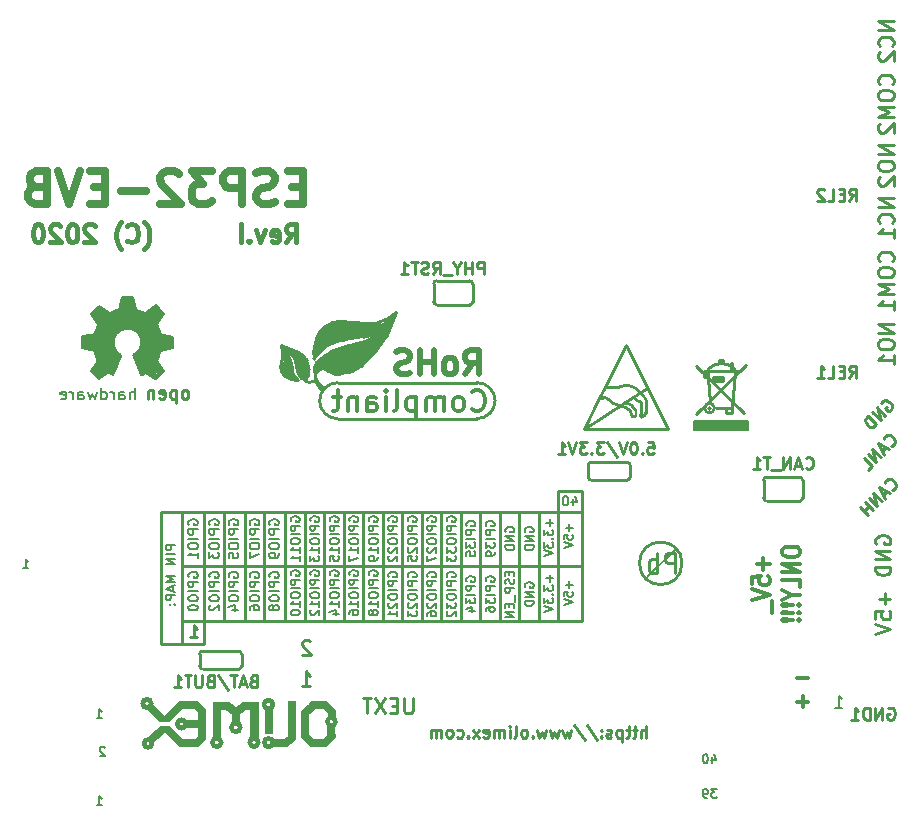
<source format=gbr>
G04 #@! TF.GenerationSoftware,KiCad,Pcbnew,5.1.5-52549c5~84~ubuntu18.04.1*
G04 #@! TF.CreationDate,2020-03-18T15:45:27+02:00*
G04 #@! TF.ProjectId,ESP32-EVB_Rev_I,45535033-322d-4455-9642-5f5265765f49,I*
G04 #@! TF.SameCoordinates,Original*
G04 #@! TF.FileFunction,Legend,Bot*
G04 #@! TF.FilePolarity,Positive*
%FSLAX46Y46*%
G04 Gerber Fmt 4.6, Leading zero omitted, Abs format (unit mm)*
G04 Created by KiCad (PCBNEW 5.1.5-52549c5~84~ubuntu18.04.1) date 2020-03-18 15:45:27*
%MOMM*%
%LPD*%
G04 APERTURE LIST*
%ADD10C,0.254000*%
%ADD11C,0.317500*%
%ADD12C,0.190500*%
%ADD13C,0.381000*%
%ADD14C,0.300000*%
%ADD15C,0.635000*%
%ADD16C,0.200000*%
%ADD17C,0.187500*%
%ADD18C,0.250000*%
%ADD19C,0.508000*%
%ADD20C,0.150000*%
%ADD21C,0.127000*%
%ADD22C,0.420000*%
%ADD23C,0.370000*%
%ADD24C,0.400000*%
%ADD25C,0.380000*%
%ADD26C,1.000000*%
%ADD27C,0.700000*%
%ADD28C,0.500000*%
%ADD29C,0.100000*%
%ADD30C,0.350000*%
%ADD31C,0.180000*%
G04 APERTURE END LIST*
D10*
X143063157Y-107043421D02*
X143097368Y-106940790D01*
X143199999Y-106838158D01*
X143336841Y-106769737D01*
X143473683Y-106769737D01*
X143576315Y-106803948D01*
X143747367Y-106906579D01*
X143849999Y-107009211D01*
X143952630Y-107180263D01*
X143986841Y-107282895D01*
X143986841Y-107419737D01*
X143918420Y-107556579D01*
X143849999Y-107625000D01*
X143713157Y-107693421D01*
X143644736Y-107693421D01*
X143405262Y-107453947D01*
X143542104Y-107317105D01*
X143405262Y-108069736D02*
X142686842Y-107351316D01*
X142994736Y-108480262D01*
X142276316Y-107761842D01*
X142652631Y-108822367D02*
X141934211Y-108103947D01*
X141763158Y-108274999D01*
X141694737Y-108411841D01*
X141694737Y-108548683D01*
X141728948Y-108651315D01*
X141831579Y-108822367D01*
X141934211Y-108924999D01*
X142105263Y-109027630D01*
X142207895Y-109061841D01*
X142344737Y-109061841D01*
X142481579Y-108993420D01*
X142652631Y-108822367D01*
X143884209Y-110628947D02*
X143952630Y-110628947D01*
X144089472Y-110560526D01*
X144157893Y-110492105D01*
X144226314Y-110355263D01*
X144226314Y-110218421D01*
X144192104Y-110115790D01*
X144089472Y-109944737D01*
X143986841Y-109842106D01*
X143815788Y-109739474D01*
X143713157Y-109705264D01*
X143576315Y-109705264D01*
X143439473Y-109773685D01*
X143371052Y-109842106D01*
X143302631Y-109978948D01*
X143302631Y-110047369D01*
X143473683Y-110765789D02*
X143131578Y-111107894D01*
X143747367Y-110902631D02*
X142789473Y-110423684D01*
X143268420Y-111381578D01*
X143028947Y-111621052D02*
X142310526Y-110902631D01*
X142618421Y-112031578D01*
X141900000Y-111313157D01*
X141934211Y-112715788D02*
X142276316Y-112373683D01*
X141557895Y-111655262D01*
X143969735Y-114353421D02*
X144038156Y-114353421D01*
X144174998Y-114285000D01*
X144243419Y-114216579D01*
X144311840Y-114079737D01*
X144311840Y-113942895D01*
X144277630Y-113840264D01*
X144174998Y-113669211D01*
X144072367Y-113566580D01*
X143901314Y-113463948D01*
X143798683Y-113429738D01*
X143661841Y-113429738D01*
X143524999Y-113498159D01*
X143456578Y-113566580D01*
X143388157Y-113703422D01*
X143388157Y-113771843D01*
X143559209Y-114490263D02*
X143217104Y-114832368D01*
X143832893Y-114627105D02*
X142875000Y-114148158D01*
X143353946Y-115106052D01*
X143114473Y-115345525D02*
X142396053Y-114627105D01*
X142703947Y-115756051D01*
X141985527Y-115037631D01*
X142361842Y-116098156D02*
X141643422Y-115379736D01*
X141985527Y-115721841D02*
X141575001Y-116132367D01*
X141951316Y-116508682D02*
X141232896Y-115790262D01*
D11*
X135914190Y-130265714D02*
X136881809Y-130265714D01*
X135914190Y-132297714D02*
X136881809Y-132297714D01*
X136398000Y-132781523D02*
X136398000Y-131813904D01*
D12*
X139155714Y-132793619D02*
X139736285Y-132793619D01*
X139446000Y-132793619D02*
X139446000Y-131777619D01*
X139542761Y-131922761D01*
X139639523Y-132019523D01*
X139736285Y-132067904D01*
X70394285Y-120994714D02*
X70829714Y-120994714D01*
X70612000Y-120994714D02*
X70612000Y-120232714D01*
X70684571Y-120341571D01*
X70757142Y-120414142D01*
X70829714Y-120450428D01*
X76617285Y-133694714D02*
X77052714Y-133694714D01*
X76835000Y-133694714D02*
X76835000Y-132932714D01*
X76907571Y-133041571D01*
X76980142Y-133114142D01*
X77052714Y-133150428D01*
D13*
X92673714Y-93399428D02*
X93181714Y-92673714D01*
X93544571Y-93399428D02*
X93544571Y-91875428D01*
X92964000Y-91875428D01*
X92818857Y-91948000D01*
X92746285Y-92020571D01*
X92673714Y-92165714D01*
X92673714Y-92383428D01*
X92746285Y-92528571D01*
X92818857Y-92601142D01*
X92964000Y-92673714D01*
X93544571Y-92673714D01*
X91440000Y-93326857D02*
X91585142Y-93399428D01*
X91875428Y-93399428D01*
X92020571Y-93326857D01*
X92093142Y-93181714D01*
X92093142Y-92601142D01*
X92020571Y-92456000D01*
X91875428Y-92383428D01*
X91585142Y-92383428D01*
X91440000Y-92456000D01*
X91367428Y-92601142D01*
X91367428Y-92746285D01*
X92093142Y-92891428D01*
X90859428Y-92383428D02*
X90496571Y-93399428D01*
X90133714Y-92383428D01*
X89553142Y-93254285D02*
X89480571Y-93326857D01*
X89553142Y-93399428D01*
X89625714Y-93326857D01*
X89553142Y-93254285D01*
X89553142Y-93399428D01*
X88827428Y-93399428D02*
X88827428Y-91875428D01*
D12*
X129140857Y-139663714D02*
X128669142Y-139663714D01*
X128923142Y-139954000D01*
X128814285Y-139954000D01*
X128741714Y-139990285D01*
X128705428Y-140026571D01*
X128669142Y-140099142D01*
X128669142Y-140280571D01*
X128705428Y-140353142D01*
X128741714Y-140389428D01*
X128814285Y-140425714D01*
X129032000Y-140425714D01*
X129104571Y-140389428D01*
X129140857Y-140353142D01*
X128306285Y-140425714D02*
X128161142Y-140425714D01*
X128088571Y-140389428D01*
X128052285Y-140353142D01*
X127979714Y-140244285D01*
X127943428Y-140099142D01*
X127943428Y-139808857D01*
X127979714Y-139736285D01*
X128016000Y-139700000D01*
X128088571Y-139663714D01*
X128233714Y-139663714D01*
X128306285Y-139700000D01*
X128342571Y-139736285D01*
X128378857Y-139808857D01*
X128378857Y-139990285D01*
X128342571Y-140062857D01*
X128306285Y-140099142D01*
X128233714Y-140135428D01*
X128088571Y-140135428D01*
X128016000Y-140099142D01*
X127979714Y-140062857D01*
X127943428Y-139990285D01*
X77306714Y-136180285D02*
X77270428Y-136144000D01*
X77197857Y-136107714D01*
X77016428Y-136107714D01*
X76943857Y-136144000D01*
X76907571Y-136180285D01*
X76871285Y-136252857D01*
X76871285Y-136325428D01*
X76907571Y-136434285D01*
X77343000Y-136869714D01*
X76871285Y-136869714D01*
D10*
X140359190Y-89867619D02*
X140697857Y-89383809D01*
X140939761Y-89867619D02*
X140939761Y-88851619D01*
X140552714Y-88851619D01*
X140455952Y-88900000D01*
X140407571Y-88948380D01*
X140359190Y-89045142D01*
X140359190Y-89190285D01*
X140407571Y-89287047D01*
X140455952Y-89335428D01*
X140552714Y-89383809D01*
X140939761Y-89383809D01*
X139923761Y-89335428D02*
X139585095Y-89335428D01*
X139439952Y-89867619D02*
X139923761Y-89867619D01*
X139923761Y-88851619D01*
X139439952Y-88851619D01*
X138520714Y-89867619D02*
X139004523Y-89867619D01*
X139004523Y-88851619D01*
X138230428Y-88948380D02*
X138182047Y-88900000D01*
X138085285Y-88851619D01*
X137843380Y-88851619D01*
X137746619Y-88900000D01*
X137698238Y-88948380D01*
X137649857Y-89045142D01*
X137649857Y-89141904D01*
X137698238Y-89287047D01*
X138278809Y-89867619D01*
X137649857Y-89867619D01*
X140359190Y-104853619D02*
X140697857Y-104369809D01*
X140939761Y-104853619D02*
X140939761Y-103837619D01*
X140552714Y-103837619D01*
X140455952Y-103886000D01*
X140407571Y-103934380D01*
X140359190Y-104031142D01*
X140359190Y-104176285D01*
X140407571Y-104273047D01*
X140455952Y-104321428D01*
X140552714Y-104369809D01*
X140939761Y-104369809D01*
X139923761Y-104321428D02*
X139585095Y-104321428D01*
X139439952Y-104853619D02*
X139923761Y-104853619D01*
X139923761Y-103837619D01*
X139439952Y-103837619D01*
X138520714Y-104853619D02*
X139004523Y-104853619D01*
X139004523Y-103837619D01*
X137649857Y-104853619D02*
X138230428Y-104853619D01*
X137940142Y-104853619D02*
X137940142Y-103837619D01*
X138036904Y-103982761D01*
X138133666Y-104079523D01*
X138230428Y-104127904D01*
X144098095Y-74686523D02*
X142798095Y-74686523D01*
X144098095Y-75429380D01*
X142798095Y-75429380D01*
X143974285Y-76791285D02*
X144036190Y-76729380D01*
X144098095Y-76543666D01*
X144098095Y-76419857D01*
X144036190Y-76234142D01*
X143912380Y-76110333D01*
X143788571Y-76048428D01*
X143540952Y-75986523D01*
X143355238Y-75986523D01*
X143107619Y-76048428D01*
X142983809Y-76110333D01*
X142860000Y-76234142D01*
X142798095Y-76419857D01*
X142798095Y-76543666D01*
X142860000Y-76729380D01*
X142921904Y-76791285D01*
X142921904Y-77286523D02*
X142860000Y-77348428D01*
X142798095Y-77472238D01*
X142798095Y-77781761D01*
X142860000Y-77905571D01*
X142921904Y-77967476D01*
X143045714Y-78029380D01*
X143169523Y-78029380D01*
X143355238Y-77967476D01*
X144098095Y-77224619D01*
X144098095Y-78029380D01*
X143974285Y-80020523D02*
X144036190Y-79958619D01*
X144098095Y-79772904D01*
X144098095Y-79649095D01*
X144036190Y-79463380D01*
X143912380Y-79339571D01*
X143788571Y-79277666D01*
X143540952Y-79215761D01*
X143355238Y-79215761D01*
X143107619Y-79277666D01*
X142983809Y-79339571D01*
X142860000Y-79463380D01*
X142798095Y-79649095D01*
X142798095Y-79772904D01*
X142860000Y-79958619D01*
X142921904Y-80020523D01*
X142798095Y-80825285D02*
X142798095Y-81072904D01*
X142860000Y-81196714D01*
X142983809Y-81320523D01*
X143231428Y-81382428D01*
X143664761Y-81382428D01*
X143912380Y-81320523D01*
X144036190Y-81196714D01*
X144098095Y-81072904D01*
X144098095Y-80825285D01*
X144036190Y-80701476D01*
X143912380Y-80577666D01*
X143664761Y-80515761D01*
X143231428Y-80515761D01*
X142983809Y-80577666D01*
X142860000Y-80701476D01*
X142798095Y-80825285D01*
X144098095Y-81939571D02*
X142798095Y-81939571D01*
X143726666Y-82372904D01*
X142798095Y-82806238D01*
X144098095Y-82806238D01*
X142921904Y-83363380D02*
X142860000Y-83425285D01*
X142798095Y-83549095D01*
X142798095Y-83858619D01*
X142860000Y-83982428D01*
X142921904Y-84044333D01*
X143045714Y-84106238D01*
X143169523Y-84106238D01*
X143355238Y-84044333D01*
X144098095Y-83301476D01*
X144098095Y-84106238D01*
X144098095Y-85196571D02*
X142798095Y-85196571D01*
X144098095Y-85939428D01*
X142798095Y-85939428D01*
X142798095Y-86806095D02*
X142798095Y-87053714D01*
X142860000Y-87177523D01*
X142983809Y-87301333D01*
X143231428Y-87363238D01*
X143664761Y-87363238D01*
X143912380Y-87301333D01*
X144036190Y-87177523D01*
X144098095Y-87053714D01*
X144098095Y-86806095D01*
X144036190Y-86682285D01*
X143912380Y-86558476D01*
X143664761Y-86496571D01*
X143231428Y-86496571D01*
X142983809Y-86558476D01*
X142860000Y-86682285D01*
X142798095Y-86806095D01*
X142921904Y-87858476D02*
X142860000Y-87920380D01*
X142798095Y-88044190D01*
X142798095Y-88353714D01*
X142860000Y-88477523D01*
X142921904Y-88539428D01*
X143045714Y-88601333D01*
X143169523Y-88601333D01*
X143355238Y-88539428D01*
X144098095Y-87796571D01*
X144098095Y-88601333D01*
X144098095Y-89672523D02*
X142798095Y-89672523D01*
X144098095Y-90415380D01*
X142798095Y-90415380D01*
X143974285Y-91777285D02*
X144036190Y-91715380D01*
X144098095Y-91529666D01*
X144098095Y-91405857D01*
X144036190Y-91220142D01*
X143912380Y-91096333D01*
X143788571Y-91034428D01*
X143540952Y-90972523D01*
X143355238Y-90972523D01*
X143107619Y-91034428D01*
X142983809Y-91096333D01*
X142860000Y-91220142D01*
X142798095Y-91405857D01*
X142798095Y-91529666D01*
X142860000Y-91715380D01*
X142921904Y-91777285D01*
X144098095Y-93015380D02*
X144098095Y-92272523D01*
X144098095Y-92643952D02*
X142798095Y-92643952D01*
X142983809Y-92520142D01*
X143107619Y-92396333D01*
X143169523Y-92272523D01*
X143974285Y-95006523D02*
X144036190Y-94944619D01*
X144098095Y-94758904D01*
X144098095Y-94635095D01*
X144036190Y-94449380D01*
X143912380Y-94325571D01*
X143788571Y-94263666D01*
X143540952Y-94201761D01*
X143355238Y-94201761D01*
X143107619Y-94263666D01*
X142983809Y-94325571D01*
X142860000Y-94449380D01*
X142798095Y-94635095D01*
X142798095Y-94758904D01*
X142860000Y-94944619D01*
X142921904Y-95006523D01*
X142798095Y-95811285D02*
X142798095Y-96058904D01*
X142860000Y-96182714D01*
X142983809Y-96306523D01*
X143231428Y-96368428D01*
X143664761Y-96368428D01*
X143912380Y-96306523D01*
X144036190Y-96182714D01*
X144098095Y-96058904D01*
X144098095Y-95811285D01*
X144036190Y-95687476D01*
X143912380Y-95563666D01*
X143664761Y-95501761D01*
X143231428Y-95501761D01*
X142983809Y-95563666D01*
X142860000Y-95687476D01*
X142798095Y-95811285D01*
X144098095Y-96925571D02*
X142798095Y-96925571D01*
X143726666Y-97358904D01*
X142798095Y-97792238D01*
X144098095Y-97792238D01*
X144098095Y-99092238D02*
X144098095Y-98349380D01*
X144098095Y-98720809D02*
X142798095Y-98720809D01*
X142983809Y-98597000D01*
X143107619Y-98473190D01*
X143169523Y-98349380D01*
X144098095Y-100309571D02*
X142798095Y-100309571D01*
X144098095Y-101052428D01*
X142798095Y-101052428D01*
X142798095Y-101919095D02*
X142798095Y-102166714D01*
X142860000Y-102290523D01*
X142983809Y-102414333D01*
X143231428Y-102476238D01*
X143664761Y-102476238D01*
X143912380Y-102414333D01*
X144036190Y-102290523D01*
X144098095Y-102166714D01*
X144098095Y-101919095D01*
X144036190Y-101795285D01*
X143912380Y-101671476D01*
X143664761Y-101609571D01*
X143231428Y-101609571D01*
X142983809Y-101671476D01*
X142860000Y-101795285D01*
X142798095Y-101919095D01*
X144098095Y-103714333D02*
X144098095Y-102971476D01*
X144098095Y-103342904D02*
X142798095Y-103342904D01*
X142983809Y-103219095D01*
X143107619Y-103095285D01*
X143169523Y-102971476D01*
D13*
X80663142Y-93980000D02*
X80735714Y-93907428D01*
X80880857Y-93689714D01*
X80953428Y-93544571D01*
X81026000Y-93326857D01*
X81098571Y-92964000D01*
X81098571Y-92673714D01*
X81026000Y-92310857D01*
X80953428Y-92093142D01*
X80880857Y-91948000D01*
X80735714Y-91730285D01*
X80663142Y-91657714D01*
X79211714Y-93254285D02*
X79284285Y-93326857D01*
X79502000Y-93399428D01*
X79647142Y-93399428D01*
X79864857Y-93326857D01*
X80010000Y-93181714D01*
X80082571Y-93036571D01*
X80155142Y-92746285D01*
X80155142Y-92528571D01*
X80082571Y-92238285D01*
X80010000Y-92093142D01*
X79864857Y-91948000D01*
X79647142Y-91875428D01*
X79502000Y-91875428D01*
X79284285Y-91948000D01*
X79211714Y-92020571D01*
X78703714Y-93980000D02*
X78631142Y-93907428D01*
X78486000Y-93689714D01*
X78413428Y-93544571D01*
X78340857Y-93326857D01*
X78268285Y-92964000D01*
X78268285Y-92673714D01*
X78340857Y-92310857D01*
X78413428Y-92093142D01*
X78486000Y-91948000D01*
X78631142Y-91730285D01*
X78703714Y-91657714D01*
X76454000Y-92020571D02*
X76381428Y-91948000D01*
X76236285Y-91875428D01*
X75873428Y-91875428D01*
X75728285Y-91948000D01*
X75655714Y-92020571D01*
X75583142Y-92165714D01*
X75583142Y-92310857D01*
X75655714Y-92528571D01*
X76526571Y-93399428D01*
X75583142Y-93399428D01*
X74639714Y-91875428D02*
X74494571Y-91875428D01*
X74349428Y-91948000D01*
X74276857Y-92020571D01*
X74204285Y-92165714D01*
X74131714Y-92456000D01*
X74131714Y-92818857D01*
X74204285Y-93109142D01*
X74276857Y-93254285D01*
X74349428Y-93326857D01*
X74494571Y-93399428D01*
X74639714Y-93399428D01*
X74784857Y-93326857D01*
X74857428Y-93254285D01*
X74930000Y-93109142D01*
X75002571Y-92818857D01*
X75002571Y-92456000D01*
X74930000Y-92165714D01*
X74857428Y-92020571D01*
X74784857Y-91948000D01*
X74639714Y-91875428D01*
X73551142Y-92020571D02*
X73478571Y-91948000D01*
X73333428Y-91875428D01*
X72970571Y-91875428D01*
X72825428Y-91948000D01*
X72752857Y-92020571D01*
X72680285Y-92165714D01*
X72680285Y-92310857D01*
X72752857Y-92528571D01*
X73623714Y-93399428D01*
X72680285Y-93399428D01*
X71736857Y-91875428D02*
X71591714Y-91875428D01*
X71446571Y-91948000D01*
X71374000Y-92020571D01*
X71301428Y-92165714D01*
X71228857Y-92456000D01*
X71228857Y-92818857D01*
X71301428Y-93109142D01*
X71374000Y-93254285D01*
X71446571Y-93326857D01*
X71591714Y-93399428D01*
X71736857Y-93399428D01*
X71882000Y-93326857D01*
X71954571Y-93254285D01*
X72027142Y-93109142D01*
X72099714Y-92818857D01*
X72099714Y-92456000D01*
X72027142Y-92165714D01*
X71954571Y-92020571D01*
X71882000Y-91948000D01*
X71736857Y-91875428D01*
D10*
X123165809Y-135333619D02*
X123165809Y-134317619D01*
X122730380Y-135333619D02*
X122730380Y-134801428D01*
X122778761Y-134704666D01*
X122875523Y-134656285D01*
X123020666Y-134656285D01*
X123117428Y-134704666D01*
X123165809Y-134753047D01*
X122391714Y-134656285D02*
X122004666Y-134656285D01*
X122246571Y-134317619D02*
X122246571Y-135188476D01*
X122198190Y-135285238D01*
X122101428Y-135333619D01*
X122004666Y-135333619D01*
X121811142Y-134656285D02*
X121424095Y-134656285D01*
X121666000Y-134317619D02*
X121666000Y-135188476D01*
X121617619Y-135285238D01*
X121520857Y-135333619D01*
X121424095Y-135333619D01*
X121085428Y-134656285D02*
X121085428Y-135672285D01*
X121085428Y-134704666D02*
X120988666Y-134656285D01*
X120795142Y-134656285D01*
X120698380Y-134704666D01*
X120650000Y-134753047D01*
X120601619Y-134849809D01*
X120601619Y-135140095D01*
X120650000Y-135236857D01*
X120698380Y-135285238D01*
X120795142Y-135333619D01*
X120988666Y-135333619D01*
X121085428Y-135285238D01*
X120214571Y-135285238D02*
X120117809Y-135333619D01*
X119924285Y-135333619D01*
X119827523Y-135285238D01*
X119779142Y-135188476D01*
X119779142Y-135140095D01*
X119827523Y-135043333D01*
X119924285Y-134994952D01*
X120069428Y-134994952D01*
X120166190Y-134946571D01*
X120214571Y-134849809D01*
X120214571Y-134801428D01*
X120166190Y-134704666D01*
X120069428Y-134656285D01*
X119924285Y-134656285D01*
X119827523Y-134704666D01*
X119343714Y-135236857D02*
X119295333Y-135285238D01*
X119343714Y-135333619D01*
X119392095Y-135285238D01*
X119343714Y-135236857D01*
X119343714Y-135333619D01*
X119343714Y-134704666D02*
X119295333Y-134753047D01*
X119343714Y-134801428D01*
X119392095Y-134753047D01*
X119343714Y-134704666D01*
X119343714Y-134801428D01*
X118134190Y-134269238D02*
X119005047Y-135575523D01*
X117069809Y-134269238D02*
X117940666Y-135575523D01*
X116827904Y-134656285D02*
X116634380Y-135333619D01*
X116440857Y-134849809D01*
X116247333Y-135333619D01*
X116053809Y-134656285D01*
X115763523Y-134656285D02*
X115570000Y-135333619D01*
X115376476Y-134849809D01*
X115182952Y-135333619D01*
X114989428Y-134656285D01*
X114699142Y-134656285D02*
X114505619Y-135333619D01*
X114312095Y-134849809D01*
X114118571Y-135333619D01*
X113925047Y-134656285D01*
X113538000Y-135236857D02*
X113489619Y-135285238D01*
X113538000Y-135333619D01*
X113586380Y-135285238D01*
X113538000Y-135236857D01*
X113538000Y-135333619D01*
X112909047Y-135333619D02*
X113005809Y-135285238D01*
X113054190Y-135236857D01*
X113102571Y-135140095D01*
X113102571Y-134849809D01*
X113054190Y-134753047D01*
X113005809Y-134704666D01*
X112909047Y-134656285D01*
X112763904Y-134656285D01*
X112667142Y-134704666D01*
X112618761Y-134753047D01*
X112570380Y-134849809D01*
X112570380Y-135140095D01*
X112618761Y-135236857D01*
X112667142Y-135285238D01*
X112763904Y-135333619D01*
X112909047Y-135333619D01*
X111989809Y-135333619D02*
X112086571Y-135285238D01*
X112134952Y-135188476D01*
X112134952Y-134317619D01*
X111602761Y-135333619D02*
X111602761Y-134656285D01*
X111602761Y-134317619D02*
X111651142Y-134366000D01*
X111602761Y-134414380D01*
X111554380Y-134366000D01*
X111602761Y-134317619D01*
X111602761Y-134414380D01*
X111118952Y-135333619D02*
X111118952Y-134656285D01*
X111118952Y-134753047D02*
X111070571Y-134704666D01*
X110973809Y-134656285D01*
X110828666Y-134656285D01*
X110731904Y-134704666D01*
X110683523Y-134801428D01*
X110683523Y-135333619D01*
X110683523Y-134801428D02*
X110635142Y-134704666D01*
X110538380Y-134656285D01*
X110393238Y-134656285D01*
X110296476Y-134704666D01*
X110248095Y-134801428D01*
X110248095Y-135333619D01*
X109377238Y-135285238D02*
X109474000Y-135333619D01*
X109667523Y-135333619D01*
X109764285Y-135285238D01*
X109812666Y-135188476D01*
X109812666Y-134801428D01*
X109764285Y-134704666D01*
X109667523Y-134656285D01*
X109474000Y-134656285D01*
X109377238Y-134704666D01*
X109328857Y-134801428D01*
X109328857Y-134898190D01*
X109812666Y-134994952D01*
X108990190Y-135333619D02*
X108458000Y-134656285D01*
X108990190Y-134656285D02*
X108458000Y-135333619D01*
X108070952Y-135236857D02*
X108022571Y-135285238D01*
X108070952Y-135333619D01*
X108119333Y-135285238D01*
X108070952Y-135236857D01*
X108070952Y-135333619D01*
X107151714Y-135285238D02*
X107248476Y-135333619D01*
X107442000Y-135333619D01*
X107538761Y-135285238D01*
X107587142Y-135236857D01*
X107635523Y-135140095D01*
X107635523Y-134849809D01*
X107587142Y-134753047D01*
X107538761Y-134704666D01*
X107442000Y-134656285D01*
X107248476Y-134656285D01*
X107151714Y-134704666D01*
X106571142Y-135333619D02*
X106667904Y-135285238D01*
X106716285Y-135236857D01*
X106764666Y-135140095D01*
X106764666Y-134849809D01*
X106716285Y-134753047D01*
X106667904Y-134704666D01*
X106571142Y-134656285D01*
X106426000Y-134656285D01*
X106329238Y-134704666D01*
X106280857Y-134753047D01*
X106232476Y-134849809D01*
X106232476Y-135140095D01*
X106280857Y-135236857D01*
X106329238Y-135285238D01*
X106426000Y-135333619D01*
X106571142Y-135333619D01*
X105797047Y-135333619D02*
X105797047Y-134656285D01*
X105797047Y-134753047D02*
X105748666Y-134704666D01*
X105651904Y-134656285D01*
X105506761Y-134656285D01*
X105410000Y-134704666D01*
X105361619Y-134801428D01*
X105361619Y-135333619D01*
X105361619Y-134801428D02*
X105313238Y-134704666D01*
X105216476Y-134656285D01*
X105071333Y-134656285D01*
X104974571Y-134704666D01*
X104926190Y-134801428D01*
X104926190Y-135333619D01*
D14*
X133071142Y-120134333D02*
X133071142Y-121124809D01*
X133642571Y-120629571D02*
X132499714Y-120629571D01*
X132142571Y-122362904D02*
X132142571Y-121743857D01*
X132856857Y-121681952D01*
X132785428Y-121743857D01*
X132714000Y-121867666D01*
X132714000Y-122177190D01*
X132785428Y-122301000D01*
X132856857Y-122362904D01*
X132999714Y-122424809D01*
X133356857Y-122424809D01*
X133499714Y-122362904D01*
X133571142Y-122301000D01*
X133642571Y-122177190D01*
X133642571Y-121867666D01*
X133571142Y-121743857D01*
X133499714Y-121681952D01*
X132142571Y-122796238D02*
X133642571Y-123229571D01*
X132142571Y-123662904D01*
X133785428Y-123786714D02*
X133785428Y-124777190D01*
X134692571Y-119484333D02*
X134692571Y-119731952D01*
X134764000Y-119855761D01*
X134906857Y-119979571D01*
X135192571Y-120041476D01*
X135692571Y-120041476D01*
X135978285Y-119979571D01*
X136121142Y-119855761D01*
X136192571Y-119731952D01*
X136192571Y-119484333D01*
X136121142Y-119360523D01*
X135978285Y-119236714D01*
X135692571Y-119174809D01*
X135192571Y-119174809D01*
X134906857Y-119236714D01*
X134764000Y-119360523D01*
X134692571Y-119484333D01*
X136192571Y-120598619D02*
X134692571Y-120598619D01*
X136192571Y-121341476D01*
X134692571Y-121341476D01*
X136192571Y-122579571D02*
X136192571Y-121960523D01*
X134692571Y-121960523D01*
X135478285Y-123260523D02*
X136192571Y-123260523D01*
X134692571Y-122827190D02*
X135478285Y-123260523D01*
X134692571Y-123693857D01*
X136049714Y-124127190D02*
X136121142Y-124189095D01*
X136192571Y-124127190D01*
X136121142Y-124065285D01*
X136049714Y-124127190D01*
X136192571Y-124127190D01*
X135621142Y-124127190D02*
X134764000Y-124065285D01*
X134692571Y-124127190D01*
X134764000Y-124189095D01*
X135621142Y-124127190D01*
X134692571Y-124127190D01*
X136049714Y-124746238D02*
X136121142Y-124808142D01*
X136192571Y-124746238D01*
X136121142Y-124684333D01*
X136049714Y-124746238D01*
X136192571Y-124746238D01*
X135621142Y-124746238D02*
X134764000Y-124684333D01*
X134692571Y-124746238D01*
X134764000Y-124808142D01*
X135621142Y-124746238D01*
X134692571Y-124746238D01*
X136049714Y-125365285D02*
X136121142Y-125427190D01*
X136192571Y-125365285D01*
X136121142Y-125303380D01*
X136049714Y-125365285D01*
X136192571Y-125365285D01*
X135621142Y-125365285D02*
X134764000Y-125303380D01*
X134692571Y-125365285D01*
X134764000Y-125427190D01*
X135621142Y-125365285D01*
X134692571Y-125365285D01*
D10*
X142621000Y-118920380D02*
X142560523Y-118799428D01*
X142560523Y-118618000D01*
X142621000Y-118436571D01*
X142741952Y-118315619D01*
X142862904Y-118255142D01*
X143104809Y-118194666D01*
X143286238Y-118194666D01*
X143528142Y-118255142D01*
X143649095Y-118315619D01*
X143770047Y-118436571D01*
X143830523Y-118618000D01*
X143830523Y-118738952D01*
X143770047Y-118920380D01*
X143709571Y-118980857D01*
X143286238Y-118980857D01*
X143286238Y-118738952D01*
X143830523Y-119525142D02*
X142560523Y-119525142D01*
X143830523Y-120250857D01*
X142560523Y-120250857D01*
X143830523Y-120855619D02*
X142560523Y-120855619D01*
X142560523Y-121158000D01*
X142621000Y-121339428D01*
X142741952Y-121460380D01*
X142862904Y-121520857D01*
X143104809Y-121581333D01*
X143286238Y-121581333D01*
X143528142Y-121520857D01*
X143649095Y-121460380D01*
X143770047Y-121339428D01*
X143830523Y-121158000D01*
X143830523Y-120855619D01*
X143346714Y-123081142D02*
X143346714Y-124048761D01*
X143830523Y-123564952D02*
X142862904Y-123564952D01*
X142560523Y-125258285D02*
X142560523Y-124653523D01*
X143165285Y-124593047D01*
X143104809Y-124653523D01*
X143044333Y-124774476D01*
X143044333Y-125076857D01*
X143104809Y-125197809D01*
X143165285Y-125258285D01*
X143286238Y-125318761D01*
X143588619Y-125318761D01*
X143709571Y-125258285D01*
X143770047Y-125197809D01*
X143830523Y-125076857D01*
X143830523Y-124774476D01*
X143770047Y-124653523D01*
X143709571Y-124593047D01*
X142560523Y-125681619D02*
X143830523Y-126104952D01*
X142560523Y-126528285D01*
X94723857Y-127187476D02*
X94663380Y-127127000D01*
X94542428Y-127066523D01*
X94240047Y-127066523D01*
X94119095Y-127127000D01*
X94058619Y-127187476D01*
X93998142Y-127308428D01*
X93998142Y-127429380D01*
X94058619Y-127610809D01*
X94784333Y-128336523D01*
X93998142Y-128336523D01*
X93998142Y-131003523D02*
X94723857Y-131003523D01*
X94361000Y-131003523D02*
X94361000Y-129733523D01*
X94481952Y-129914952D01*
X94602904Y-130035904D01*
X94723857Y-130096380D01*
X103371952Y-132019523D02*
X103371952Y-133047619D01*
X103311476Y-133168571D01*
X103251000Y-133229047D01*
X103130047Y-133289523D01*
X102888142Y-133289523D01*
X102767190Y-133229047D01*
X102706714Y-133168571D01*
X102646238Y-133047619D01*
X102646238Y-132019523D01*
X102041476Y-132624285D02*
X101618142Y-132624285D01*
X101436714Y-133289523D02*
X102041476Y-133289523D01*
X102041476Y-132019523D01*
X101436714Y-132019523D01*
X101013380Y-132019523D02*
X100166714Y-133289523D01*
X100166714Y-132019523D02*
X101013380Y-133289523D01*
X99864333Y-132019523D02*
X99138619Y-132019523D01*
X99501476Y-133289523D02*
X99501476Y-132019523D01*
D15*
X94125142Y-88700428D02*
X93193809Y-88700428D01*
X92794666Y-90163952D02*
X94125142Y-90163952D01*
X94125142Y-87369952D01*
X92794666Y-87369952D01*
X91730285Y-90030904D02*
X91331142Y-90163952D01*
X90665904Y-90163952D01*
X90399809Y-90030904D01*
X90266761Y-89897857D01*
X90133714Y-89631761D01*
X90133714Y-89365666D01*
X90266761Y-89099571D01*
X90399809Y-88966523D01*
X90665904Y-88833476D01*
X91198095Y-88700428D01*
X91464190Y-88567380D01*
X91597238Y-88434333D01*
X91730285Y-88168238D01*
X91730285Y-87902142D01*
X91597238Y-87636047D01*
X91464190Y-87503000D01*
X91198095Y-87369952D01*
X90532857Y-87369952D01*
X90133714Y-87503000D01*
X88936285Y-90163952D02*
X88936285Y-87369952D01*
X87871904Y-87369952D01*
X87605809Y-87503000D01*
X87472761Y-87636047D01*
X87339714Y-87902142D01*
X87339714Y-88301285D01*
X87472761Y-88567380D01*
X87605809Y-88700428D01*
X87871904Y-88833476D01*
X88936285Y-88833476D01*
X86408380Y-87369952D02*
X84678761Y-87369952D01*
X85610095Y-88434333D01*
X85210952Y-88434333D01*
X84944857Y-88567380D01*
X84811809Y-88700428D01*
X84678761Y-88966523D01*
X84678761Y-89631761D01*
X84811809Y-89897857D01*
X84944857Y-90030904D01*
X85210952Y-90163952D01*
X86009238Y-90163952D01*
X86275333Y-90030904D01*
X86408380Y-89897857D01*
X83614380Y-87636047D02*
X83481333Y-87503000D01*
X83215238Y-87369952D01*
X82550000Y-87369952D01*
X82283904Y-87503000D01*
X82150857Y-87636047D01*
X82017809Y-87902142D01*
X82017809Y-88168238D01*
X82150857Y-88567380D01*
X83747428Y-90163952D01*
X82017809Y-90163952D01*
X80820380Y-89099571D02*
X78691619Y-89099571D01*
X77361142Y-88700428D02*
X76429809Y-88700428D01*
X76030666Y-90163952D02*
X77361142Y-90163952D01*
X77361142Y-87369952D01*
X76030666Y-87369952D01*
X75232380Y-87369952D02*
X74301047Y-90163952D01*
X73369714Y-87369952D01*
X71507047Y-88700428D02*
X71107904Y-88833476D01*
X70974857Y-88966523D01*
X70841809Y-89232619D01*
X70841809Y-89631761D01*
X70974857Y-89897857D01*
X71107904Y-90030904D01*
X71374000Y-90163952D01*
X72438380Y-90163952D01*
X72438380Y-87369952D01*
X71507047Y-87369952D01*
X71240952Y-87503000D01*
X71107904Y-87636047D01*
X70974857Y-87902142D01*
X70974857Y-88168238D01*
X71107904Y-88434333D01*
X71240952Y-88567380D01*
X71507047Y-88700428D01*
X72438380Y-88700428D01*
D10*
X117729000Y-114427000D02*
X117729000Y-125476000D01*
X115697000Y-114427000D02*
X117729000Y-114427000D01*
X115697000Y-116332000D02*
X115697000Y-114427000D01*
D16*
X116941571Y-115144571D02*
X116941571Y-115677904D01*
X117132047Y-114839809D02*
X117322523Y-115411238D01*
X116827285Y-115411238D01*
X116370142Y-114877904D02*
X116293952Y-114877904D01*
X116217761Y-114916000D01*
X116179666Y-114954095D01*
X116141571Y-115030285D01*
X116103476Y-115182666D01*
X116103476Y-115373142D01*
X116141571Y-115525523D01*
X116179666Y-115601714D01*
X116217761Y-115639809D01*
X116293952Y-115677904D01*
X116370142Y-115677904D01*
X116446333Y-115639809D01*
X116484428Y-115601714D01*
X116522523Y-115525523D01*
X116560619Y-115373142D01*
X116560619Y-115182666D01*
X116522523Y-115030285D01*
X116484428Y-114954095D01*
X116446333Y-114916000D01*
X116370142Y-114877904D01*
D17*
X116639571Y-117272714D02*
X116639571Y-117844142D01*
X116925285Y-117558428D02*
X116353857Y-117558428D01*
X116175285Y-118558428D02*
X116175285Y-118201285D01*
X116532428Y-118165571D01*
X116496714Y-118201285D01*
X116461000Y-118272714D01*
X116461000Y-118451285D01*
X116496714Y-118522714D01*
X116532428Y-118558428D01*
X116603857Y-118594142D01*
X116782428Y-118594142D01*
X116853857Y-118558428D01*
X116889571Y-118522714D01*
X116925285Y-118451285D01*
X116925285Y-118272714D01*
X116889571Y-118201285D01*
X116853857Y-118165571D01*
X116175285Y-118808428D02*
X116925285Y-119058428D01*
X116175285Y-119308428D01*
X116639571Y-122098714D02*
X116639571Y-122670142D01*
X116925285Y-122384428D02*
X116353857Y-122384428D01*
X116175285Y-123384428D02*
X116175285Y-123027285D01*
X116532428Y-122991571D01*
X116496714Y-123027285D01*
X116461000Y-123098714D01*
X116461000Y-123277285D01*
X116496714Y-123348714D01*
X116532428Y-123384428D01*
X116603857Y-123420142D01*
X116782428Y-123420142D01*
X116853857Y-123384428D01*
X116889571Y-123348714D01*
X116925285Y-123277285D01*
X116925285Y-123098714D01*
X116889571Y-123027285D01*
X116853857Y-122991571D01*
X116175285Y-123634428D02*
X116925285Y-123884428D01*
X116175285Y-124134428D01*
D10*
X115697000Y-116205000D02*
X115697000Y-125476000D01*
D17*
X114988571Y-116864000D02*
X114988571Y-117435428D01*
X115274285Y-117149714D02*
X114702857Y-117149714D01*
X114524285Y-117721142D02*
X114524285Y-118185428D01*
X114810000Y-117935428D01*
X114810000Y-118042571D01*
X114845714Y-118114000D01*
X114881428Y-118149714D01*
X114952857Y-118185428D01*
X115131428Y-118185428D01*
X115202857Y-118149714D01*
X115238571Y-118114000D01*
X115274285Y-118042571D01*
X115274285Y-117828285D01*
X115238571Y-117756857D01*
X115202857Y-117721142D01*
X115202857Y-118506857D02*
X115238571Y-118542571D01*
X115274285Y-118506857D01*
X115238571Y-118471142D01*
X115202857Y-118506857D01*
X115274285Y-118506857D01*
X114524285Y-118792571D02*
X114524285Y-119256857D01*
X114810000Y-119006857D01*
X114810000Y-119114000D01*
X114845714Y-119185428D01*
X114881428Y-119221142D01*
X114952857Y-119256857D01*
X115131428Y-119256857D01*
X115202857Y-119221142D01*
X115238571Y-119185428D01*
X115274285Y-119114000D01*
X115274285Y-118899714D01*
X115238571Y-118828285D01*
X115202857Y-118792571D01*
X114524285Y-119471142D02*
X115274285Y-119721142D01*
X114524285Y-119971142D01*
X114988571Y-121563000D02*
X114988571Y-122134428D01*
X115274285Y-121848714D02*
X114702857Y-121848714D01*
X114524285Y-122420142D02*
X114524285Y-122884428D01*
X114810000Y-122634428D01*
X114810000Y-122741571D01*
X114845714Y-122813000D01*
X114881428Y-122848714D01*
X114952857Y-122884428D01*
X115131428Y-122884428D01*
X115202857Y-122848714D01*
X115238571Y-122813000D01*
X115274285Y-122741571D01*
X115274285Y-122527285D01*
X115238571Y-122455857D01*
X115202857Y-122420142D01*
X115202857Y-123205857D02*
X115238571Y-123241571D01*
X115274285Y-123205857D01*
X115238571Y-123170142D01*
X115202857Y-123205857D01*
X115274285Y-123205857D01*
X114524285Y-123491571D02*
X114524285Y-123955857D01*
X114810000Y-123705857D01*
X114810000Y-123813000D01*
X114845714Y-123884428D01*
X114881428Y-123920142D01*
X114952857Y-123955857D01*
X115131428Y-123955857D01*
X115202857Y-123920142D01*
X115238571Y-123884428D01*
X115274285Y-123813000D01*
X115274285Y-123598714D01*
X115238571Y-123527285D01*
X115202857Y-123491571D01*
X114524285Y-124170142D02*
X115274285Y-124420142D01*
X114524285Y-124670142D01*
D10*
X114046000Y-116205000D02*
X114046000Y-125476000D01*
D17*
X112909000Y-117919571D02*
X112873285Y-117848142D01*
X112873285Y-117741000D01*
X112909000Y-117633857D01*
X112980428Y-117562428D01*
X113051857Y-117526714D01*
X113194714Y-117491000D01*
X113301857Y-117491000D01*
X113444714Y-117526714D01*
X113516142Y-117562428D01*
X113587571Y-117633857D01*
X113623285Y-117741000D01*
X113623285Y-117812428D01*
X113587571Y-117919571D01*
X113551857Y-117955285D01*
X113301857Y-117955285D01*
X113301857Y-117812428D01*
X113623285Y-118276714D02*
X112873285Y-118276714D01*
X113623285Y-118705285D01*
X112873285Y-118705285D01*
X113623285Y-119062428D02*
X112873285Y-119062428D01*
X112873285Y-119241000D01*
X112909000Y-119348142D01*
X112980428Y-119419571D01*
X113051857Y-119455285D01*
X113194714Y-119491000D01*
X113301857Y-119491000D01*
X113444714Y-119455285D01*
X113516142Y-119419571D01*
X113587571Y-119348142D01*
X113623285Y-119241000D01*
X113623285Y-119062428D01*
X112909000Y-122618571D02*
X112873285Y-122547142D01*
X112873285Y-122440000D01*
X112909000Y-122332857D01*
X112980428Y-122261428D01*
X113051857Y-122225714D01*
X113194714Y-122190000D01*
X113301857Y-122190000D01*
X113444714Y-122225714D01*
X113516142Y-122261428D01*
X113587571Y-122332857D01*
X113623285Y-122440000D01*
X113623285Y-122511428D01*
X113587571Y-122618571D01*
X113551857Y-122654285D01*
X113301857Y-122654285D01*
X113301857Y-122511428D01*
X113623285Y-122975714D02*
X112873285Y-122975714D01*
X113623285Y-123404285D01*
X112873285Y-123404285D01*
X113623285Y-123761428D02*
X112873285Y-123761428D01*
X112873285Y-123940000D01*
X112909000Y-124047142D01*
X112980428Y-124118571D01*
X113051857Y-124154285D01*
X113194714Y-124190000D01*
X113301857Y-124190000D01*
X113444714Y-124154285D01*
X113516142Y-124118571D01*
X113587571Y-124047142D01*
X113623285Y-123940000D01*
X113623285Y-123761428D01*
D10*
X112395000Y-116205000D02*
X112395000Y-125476000D01*
D17*
X111258000Y-117919571D02*
X111222285Y-117848142D01*
X111222285Y-117741000D01*
X111258000Y-117633857D01*
X111329428Y-117562428D01*
X111400857Y-117526714D01*
X111543714Y-117491000D01*
X111650857Y-117491000D01*
X111793714Y-117526714D01*
X111865142Y-117562428D01*
X111936571Y-117633857D01*
X111972285Y-117741000D01*
X111972285Y-117812428D01*
X111936571Y-117919571D01*
X111900857Y-117955285D01*
X111650857Y-117955285D01*
X111650857Y-117812428D01*
X111972285Y-118276714D02*
X111222285Y-118276714D01*
X111972285Y-118705285D01*
X111222285Y-118705285D01*
X111972285Y-119062428D02*
X111222285Y-119062428D01*
X111222285Y-119241000D01*
X111258000Y-119348142D01*
X111329428Y-119419571D01*
X111400857Y-119455285D01*
X111543714Y-119491000D01*
X111650857Y-119491000D01*
X111793714Y-119455285D01*
X111865142Y-119419571D01*
X111936571Y-119348142D01*
X111972285Y-119241000D01*
X111972285Y-119062428D01*
X111579428Y-121279285D02*
X111579428Y-121529285D01*
X111972285Y-121636428D02*
X111972285Y-121279285D01*
X111222285Y-121279285D01*
X111222285Y-121636428D01*
X111936571Y-121922142D02*
X111972285Y-122029285D01*
X111972285Y-122207857D01*
X111936571Y-122279285D01*
X111900857Y-122315000D01*
X111829428Y-122350714D01*
X111758000Y-122350714D01*
X111686571Y-122315000D01*
X111650857Y-122279285D01*
X111615142Y-122207857D01*
X111579428Y-122065000D01*
X111543714Y-121993571D01*
X111508000Y-121957857D01*
X111436571Y-121922142D01*
X111365142Y-121922142D01*
X111293714Y-121957857D01*
X111258000Y-121993571D01*
X111222285Y-122065000D01*
X111222285Y-122243571D01*
X111258000Y-122350714D01*
X111972285Y-122672142D02*
X111222285Y-122672142D01*
X111222285Y-122957857D01*
X111258000Y-123029285D01*
X111293714Y-123065000D01*
X111365142Y-123100714D01*
X111472285Y-123100714D01*
X111543714Y-123065000D01*
X111579428Y-123029285D01*
X111615142Y-122957857D01*
X111615142Y-122672142D01*
X112043714Y-123243571D02*
X112043714Y-123815000D01*
X111579428Y-123993571D02*
X111579428Y-124243571D01*
X111972285Y-124350714D02*
X111972285Y-123993571D01*
X111222285Y-123993571D01*
X111222285Y-124350714D01*
X111972285Y-124672142D02*
X111222285Y-124672142D01*
X111972285Y-125100714D01*
X111222285Y-125100714D01*
D10*
X110744000Y-116205000D02*
X110744000Y-125476000D01*
D17*
X109607000Y-117419571D02*
X109571285Y-117348142D01*
X109571285Y-117241000D01*
X109607000Y-117133857D01*
X109678428Y-117062428D01*
X109749857Y-117026714D01*
X109892714Y-116991000D01*
X109999857Y-116991000D01*
X110142714Y-117026714D01*
X110214142Y-117062428D01*
X110285571Y-117133857D01*
X110321285Y-117241000D01*
X110321285Y-117312428D01*
X110285571Y-117419571D01*
X110249857Y-117455285D01*
X109999857Y-117455285D01*
X109999857Y-117312428D01*
X110321285Y-117776714D02*
X109571285Y-117776714D01*
X109571285Y-118062428D01*
X109607000Y-118133857D01*
X109642714Y-118169571D01*
X109714142Y-118205285D01*
X109821285Y-118205285D01*
X109892714Y-118169571D01*
X109928428Y-118133857D01*
X109964142Y-118062428D01*
X109964142Y-117776714D01*
X110321285Y-118526714D02*
X109571285Y-118526714D01*
X109571285Y-118812428D02*
X109571285Y-119276714D01*
X109857000Y-119026714D01*
X109857000Y-119133857D01*
X109892714Y-119205285D01*
X109928428Y-119241000D01*
X109999857Y-119276714D01*
X110178428Y-119276714D01*
X110249857Y-119241000D01*
X110285571Y-119205285D01*
X110321285Y-119133857D01*
X110321285Y-118919571D01*
X110285571Y-118848142D01*
X110249857Y-118812428D01*
X110321285Y-119633857D02*
X110321285Y-119776714D01*
X110285571Y-119848142D01*
X110249857Y-119883857D01*
X110142714Y-119955285D01*
X109999857Y-119991000D01*
X109714142Y-119991000D01*
X109642714Y-119955285D01*
X109607000Y-119919571D01*
X109571285Y-119848142D01*
X109571285Y-119705285D01*
X109607000Y-119633857D01*
X109642714Y-119598142D01*
X109714142Y-119562428D01*
X109892714Y-119562428D01*
X109964142Y-119598142D01*
X109999857Y-119633857D01*
X110035571Y-119705285D01*
X110035571Y-119848142D01*
X109999857Y-119919571D01*
X109964142Y-119955285D01*
X109892714Y-119991000D01*
X109607000Y-122118571D02*
X109571285Y-122047142D01*
X109571285Y-121940000D01*
X109607000Y-121832857D01*
X109678428Y-121761428D01*
X109749857Y-121725714D01*
X109892714Y-121690000D01*
X109999857Y-121690000D01*
X110142714Y-121725714D01*
X110214142Y-121761428D01*
X110285571Y-121832857D01*
X110321285Y-121940000D01*
X110321285Y-122011428D01*
X110285571Y-122118571D01*
X110249857Y-122154285D01*
X109999857Y-122154285D01*
X109999857Y-122011428D01*
X110321285Y-122475714D02*
X109571285Y-122475714D01*
X109571285Y-122761428D01*
X109607000Y-122832857D01*
X109642714Y-122868571D01*
X109714142Y-122904285D01*
X109821285Y-122904285D01*
X109892714Y-122868571D01*
X109928428Y-122832857D01*
X109964142Y-122761428D01*
X109964142Y-122475714D01*
X110321285Y-123225714D02*
X109571285Y-123225714D01*
X109571285Y-123511428D02*
X109571285Y-123975714D01*
X109857000Y-123725714D01*
X109857000Y-123832857D01*
X109892714Y-123904285D01*
X109928428Y-123940000D01*
X109999857Y-123975714D01*
X110178428Y-123975714D01*
X110249857Y-123940000D01*
X110285571Y-123904285D01*
X110321285Y-123832857D01*
X110321285Y-123618571D01*
X110285571Y-123547142D01*
X110249857Y-123511428D01*
X109571285Y-124618571D02*
X109571285Y-124475714D01*
X109607000Y-124404285D01*
X109642714Y-124368571D01*
X109749857Y-124297142D01*
X109892714Y-124261428D01*
X110178428Y-124261428D01*
X110249857Y-124297142D01*
X110285571Y-124332857D01*
X110321285Y-124404285D01*
X110321285Y-124547142D01*
X110285571Y-124618571D01*
X110249857Y-124654285D01*
X110178428Y-124690000D01*
X109999857Y-124690000D01*
X109928428Y-124654285D01*
X109892714Y-124618571D01*
X109857000Y-124547142D01*
X109857000Y-124404285D01*
X109892714Y-124332857D01*
X109928428Y-124297142D01*
X109999857Y-124261428D01*
D10*
X109093000Y-116205000D02*
X109093000Y-125476000D01*
D17*
X107956000Y-117419571D02*
X107920285Y-117348142D01*
X107920285Y-117241000D01*
X107956000Y-117133857D01*
X108027428Y-117062428D01*
X108098857Y-117026714D01*
X108241714Y-116991000D01*
X108348857Y-116991000D01*
X108491714Y-117026714D01*
X108563142Y-117062428D01*
X108634571Y-117133857D01*
X108670285Y-117241000D01*
X108670285Y-117312428D01*
X108634571Y-117419571D01*
X108598857Y-117455285D01*
X108348857Y-117455285D01*
X108348857Y-117312428D01*
X108670285Y-117776714D02*
X107920285Y-117776714D01*
X107920285Y-118062428D01*
X107956000Y-118133857D01*
X107991714Y-118169571D01*
X108063142Y-118205285D01*
X108170285Y-118205285D01*
X108241714Y-118169571D01*
X108277428Y-118133857D01*
X108313142Y-118062428D01*
X108313142Y-117776714D01*
X108670285Y-118526714D02*
X107920285Y-118526714D01*
X107920285Y-118812428D02*
X107920285Y-119276714D01*
X108206000Y-119026714D01*
X108206000Y-119133857D01*
X108241714Y-119205285D01*
X108277428Y-119241000D01*
X108348857Y-119276714D01*
X108527428Y-119276714D01*
X108598857Y-119241000D01*
X108634571Y-119205285D01*
X108670285Y-119133857D01*
X108670285Y-118919571D01*
X108634571Y-118848142D01*
X108598857Y-118812428D01*
X107920285Y-119955285D02*
X107920285Y-119598142D01*
X108277428Y-119562428D01*
X108241714Y-119598142D01*
X108206000Y-119669571D01*
X108206000Y-119848142D01*
X108241714Y-119919571D01*
X108277428Y-119955285D01*
X108348857Y-119991000D01*
X108527428Y-119991000D01*
X108598857Y-119955285D01*
X108634571Y-119919571D01*
X108670285Y-119848142D01*
X108670285Y-119669571D01*
X108634571Y-119598142D01*
X108598857Y-119562428D01*
X107956000Y-122118571D02*
X107920285Y-122047142D01*
X107920285Y-121940000D01*
X107956000Y-121832857D01*
X108027428Y-121761428D01*
X108098857Y-121725714D01*
X108241714Y-121690000D01*
X108348857Y-121690000D01*
X108491714Y-121725714D01*
X108563142Y-121761428D01*
X108634571Y-121832857D01*
X108670285Y-121940000D01*
X108670285Y-122011428D01*
X108634571Y-122118571D01*
X108598857Y-122154285D01*
X108348857Y-122154285D01*
X108348857Y-122011428D01*
X108670285Y-122475714D02*
X107920285Y-122475714D01*
X107920285Y-122761428D01*
X107956000Y-122832857D01*
X107991714Y-122868571D01*
X108063142Y-122904285D01*
X108170285Y-122904285D01*
X108241714Y-122868571D01*
X108277428Y-122832857D01*
X108313142Y-122761428D01*
X108313142Y-122475714D01*
X108670285Y-123225714D02*
X107920285Y-123225714D01*
X107920285Y-123511428D02*
X107920285Y-123975714D01*
X108206000Y-123725714D01*
X108206000Y-123832857D01*
X108241714Y-123904285D01*
X108277428Y-123940000D01*
X108348857Y-123975714D01*
X108527428Y-123975714D01*
X108598857Y-123940000D01*
X108634571Y-123904285D01*
X108670285Y-123832857D01*
X108670285Y-123618571D01*
X108634571Y-123547142D01*
X108598857Y-123511428D01*
X108170285Y-124618571D02*
X108670285Y-124618571D01*
X107884571Y-124440000D02*
X108420285Y-124261428D01*
X108420285Y-124725714D01*
D10*
X107442000Y-116205000D02*
X107442000Y-125476000D01*
D17*
X106305000Y-117026714D02*
X106269285Y-116955285D01*
X106269285Y-116848142D01*
X106305000Y-116741000D01*
X106376428Y-116669571D01*
X106447857Y-116633857D01*
X106590714Y-116598142D01*
X106697857Y-116598142D01*
X106840714Y-116633857D01*
X106912142Y-116669571D01*
X106983571Y-116741000D01*
X107019285Y-116848142D01*
X107019285Y-116919571D01*
X106983571Y-117026714D01*
X106947857Y-117062428D01*
X106697857Y-117062428D01*
X106697857Y-116919571D01*
X107019285Y-117383857D02*
X106269285Y-117383857D01*
X106269285Y-117669571D01*
X106305000Y-117741000D01*
X106340714Y-117776714D01*
X106412142Y-117812428D01*
X106519285Y-117812428D01*
X106590714Y-117776714D01*
X106626428Y-117741000D01*
X106662142Y-117669571D01*
X106662142Y-117383857D01*
X107019285Y-118133857D02*
X106269285Y-118133857D01*
X106269285Y-118633857D02*
X106269285Y-118776714D01*
X106305000Y-118848142D01*
X106376428Y-118919571D01*
X106519285Y-118955285D01*
X106769285Y-118955285D01*
X106912142Y-118919571D01*
X106983571Y-118848142D01*
X107019285Y-118776714D01*
X107019285Y-118633857D01*
X106983571Y-118562428D01*
X106912142Y-118491000D01*
X106769285Y-118455285D01*
X106519285Y-118455285D01*
X106376428Y-118491000D01*
X106305000Y-118562428D01*
X106269285Y-118633857D01*
X106269285Y-119205285D02*
X106269285Y-119669571D01*
X106555000Y-119419571D01*
X106555000Y-119526714D01*
X106590714Y-119598142D01*
X106626428Y-119633857D01*
X106697857Y-119669571D01*
X106876428Y-119669571D01*
X106947857Y-119633857D01*
X106983571Y-119598142D01*
X107019285Y-119526714D01*
X107019285Y-119312428D01*
X106983571Y-119241000D01*
X106947857Y-119205285D01*
X106269285Y-119919571D02*
X106269285Y-120383857D01*
X106555000Y-120133857D01*
X106555000Y-120241000D01*
X106590714Y-120312428D01*
X106626428Y-120348142D01*
X106697857Y-120383857D01*
X106876428Y-120383857D01*
X106947857Y-120348142D01*
X106983571Y-120312428D01*
X107019285Y-120241000D01*
X107019285Y-120026714D01*
X106983571Y-119955285D01*
X106947857Y-119919571D01*
X106305000Y-121725714D02*
X106269285Y-121654285D01*
X106269285Y-121547142D01*
X106305000Y-121440000D01*
X106376428Y-121368571D01*
X106447857Y-121332857D01*
X106590714Y-121297142D01*
X106697857Y-121297142D01*
X106840714Y-121332857D01*
X106912142Y-121368571D01*
X106983571Y-121440000D01*
X107019285Y-121547142D01*
X107019285Y-121618571D01*
X106983571Y-121725714D01*
X106947857Y-121761428D01*
X106697857Y-121761428D01*
X106697857Y-121618571D01*
X107019285Y-122082857D02*
X106269285Y-122082857D01*
X106269285Y-122368571D01*
X106305000Y-122440000D01*
X106340714Y-122475714D01*
X106412142Y-122511428D01*
X106519285Y-122511428D01*
X106590714Y-122475714D01*
X106626428Y-122440000D01*
X106662142Y-122368571D01*
X106662142Y-122082857D01*
X107019285Y-122832857D02*
X106269285Y-122832857D01*
X106269285Y-123332857D02*
X106269285Y-123475714D01*
X106305000Y-123547142D01*
X106376428Y-123618571D01*
X106519285Y-123654285D01*
X106769285Y-123654285D01*
X106912142Y-123618571D01*
X106983571Y-123547142D01*
X107019285Y-123475714D01*
X107019285Y-123332857D01*
X106983571Y-123261428D01*
X106912142Y-123190000D01*
X106769285Y-123154285D01*
X106519285Y-123154285D01*
X106376428Y-123190000D01*
X106305000Y-123261428D01*
X106269285Y-123332857D01*
X106269285Y-123904285D02*
X106269285Y-124368571D01*
X106555000Y-124118571D01*
X106555000Y-124225714D01*
X106590714Y-124297142D01*
X106626428Y-124332857D01*
X106697857Y-124368571D01*
X106876428Y-124368571D01*
X106947857Y-124332857D01*
X106983571Y-124297142D01*
X107019285Y-124225714D01*
X107019285Y-124011428D01*
X106983571Y-123940000D01*
X106947857Y-123904285D01*
X106340714Y-124654285D02*
X106305000Y-124690000D01*
X106269285Y-124761428D01*
X106269285Y-124940000D01*
X106305000Y-125011428D01*
X106340714Y-125047142D01*
X106412142Y-125082857D01*
X106483571Y-125082857D01*
X106590714Y-125047142D01*
X107019285Y-124618571D01*
X107019285Y-125082857D01*
D10*
X105791000Y-116205000D02*
X105791000Y-125476000D01*
D17*
X104654000Y-117026714D02*
X104618285Y-116955285D01*
X104618285Y-116848142D01*
X104654000Y-116741000D01*
X104725428Y-116669571D01*
X104796857Y-116633857D01*
X104939714Y-116598142D01*
X105046857Y-116598142D01*
X105189714Y-116633857D01*
X105261142Y-116669571D01*
X105332571Y-116741000D01*
X105368285Y-116848142D01*
X105368285Y-116919571D01*
X105332571Y-117026714D01*
X105296857Y-117062428D01*
X105046857Y-117062428D01*
X105046857Y-116919571D01*
X105368285Y-117383857D02*
X104618285Y-117383857D01*
X104618285Y-117669571D01*
X104654000Y-117741000D01*
X104689714Y-117776714D01*
X104761142Y-117812428D01*
X104868285Y-117812428D01*
X104939714Y-117776714D01*
X104975428Y-117741000D01*
X105011142Y-117669571D01*
X105011142Y-117383857D01*
X105368285Y-118133857D02*
X104618285Y-118133857D01*
X104618285Y-118633857D02*
X104618285Y-118776714D01*
X104654000Y-118848142D01*
X104725428Y-118919571D01*
X104868285Y-118955285D01*
X105118285Y-118955285D01*
X105261142Y-118919571D01*
X105332571Y-118848142D01*
X105368285Y-118776714D01*
X105368285Y-118633857D01*
X105332571Y-118562428D01*
X105261142Y-118491000D01*
X105118285Y-118455285D01*
X104868285Y-118455285D01*
X104725428Y-118491000D01*
X104654000Y-118562428D01*
X104618285Y-118633857D01*
X104689714Y-119241000D02*
X104654000Y-119276714D01*
X104618285Y-119348142D01*
X104618285Y-119526714D01*
X104654000Y-119598142D01*
X104689714Y-119633857D01*
X104761142Y-119669571D01*
X104832571Y-119669571D01*
X104939714Y-119633857D01*
X105368285Y-119205285D01*
X105368285Y-119669571D01*
X104618285Y-119919571D02*
X104618285Y-120419571D01*
X105368285Y-120098142D01*
X104654000Y-121725714D02*
X104618285Y-121654285D01*
X104618285Y-121547142D01*
X104654000Y-121440000D01*
X104725428Y-121368571D01*
X104796857Y-121332857D01*
X104939714Y-121297142D01*
X105046857Y-121297142D01*
X105189714Y-121332857D01*
X105261142Y-121368571D01*
X105332571Y-121440000D01*
X105368285Y-121547142D01*
X105368285Y-121618571D01*
X105332571Y-121725714D01*
X105296857Y-121761428D01*
X105046857Y-121761428D01*
X105046857Y-121618571D01*
X105368285Y-122082857D02*
X104618285Y-122082857D01*
X104618285Y-122368571D01*
X104654000Y-122440000D01*
X104689714Y-122475714D01*
X104761142Y-122511428D01*
X104868285Y-122511428D01*
X104939714Y-122475714D01*
X104975428Y-122440000D01*
X105011142Y-122368571D01*
X105011142Y-122082857D01*
X105368285Y-122832857D02*
X104618285Y-122832857D01*
X104618285Y-123332857D02*
X104618285Y-123475714D01*
X104654000Y-123547142D01*
X104725428Y-123618571D01*
X104868285Y-123654285D01*
X105118285Y-123654285D01*
X105261142Y-123618571D01*
X105332571Y-123547142D01*
X105368285Y-123475714D01*
X105368285Y-123332857D01*
X105332571Y-123261428D01*
X105261142Y-123190000D01*
X105118285Y-123154285D01*
X104868285Y-123154285D01*
X104725428Y-123190000D01*
X104654000Y-123261428D01*
X104618285Y-123332857D01*
X104689714Y-123940000D02*
X104654000Y-123975714D01*
X104618285Y-124047142D01*
X104618285Y-124225714D01*
X104654000Y-124297142D01*
X104689714Y-124332857D01*
X104761142Y-124368571D01*
X104832571Y-124368571D01*
X104939714Y-124332857D01*
X105368285Y-123904285D01*
X105368285Y-124368571D01*
X104618285Y-125011428D02*
X104618285Y-124868571D01*
X104654000Y-124797142D01*
X104689714Y-124761428D01*
X104796857Y-124690000D01*
X104939714Y-124654285D01*
X105225428Y-124654285D01*
X105296857Y-124690000D01*
X105332571Y-124725714D01*
X105368285Y-124797142D01*
X105368285Y-124940000D01*
X105332571Y-125011428D01*
X105296857Y-125047142D01*
X105225428Y-125082857D01*
X105046857Y-125082857D01*
X104975428Y-125047142D01*
X104939714Y-125011428D01*
X104904000Y-124940000D01*
X104904000Y-124797142D01*
X104939714Y-124725714D01*
X104975428Y-124690000D01*
X105046857Y-124654285D01*
D10*
X104140000Y-116205000D02*
X104140000Y-125476000D01*
X82042000Y-127381000D02*
X83820000Y-127381000D01*
X82042000Y-116205000D02*
X82042000Y-127381000D01*
X83820000Y-116205000D02*
X82042000Y-116205000D01*
D16*
X83292904Y-119024714D02*
X82492904Y-119024714D01*
X82492904Y-119329476D01*
X82531000Y-119405666D01*
X82569095Y-119443761D01*
X82645285Y-119481857D01*
X82759571Y-119481857D01*
X82835761Y-119443761D01*
X82873857Y-119405666D01*
X82911952Y-119329476D01*
X82911952Y-119024714D01*
X83292904Y-119824714D02*
X82492904Y-119824714D01*
X83292904Y-120205666D02*
X82492904Y-120205666D01*
X83292904Y-120662809D01*
X82492904Y-120662809D01*
X83292904Y-121653285D02*
X82492904Y-121653285D01*
X83064333Y-121919952D01*
X82492904Y-122186619D01*
X83292904Y-122186619D01*
X83064333Y-122529476D02*
X83064333Y-122910428D01*
X83292904Y-122453285D02*
X82492904Y-122719952D01*
X83292904Y-122986619D01*
X83292904Y-123253285D02*
X82492904Y-123253285D01*
X82492904Y-123558047D01*
X82531000Y-123634238D01*
X82569095Y-123672333D01*
X82645285Y-123710428D01*
X82759571Y-123710428D01*
X82835761Y-123672333D01*
X82873857Y-123634238D01*
X82911952Y-123558047D01*
X82911952Y-123253285D01*
X83216714Y-124053285D02*
X83254809Y-124091380D01*
X83292904Y-124053285D01*
X83254809Y-124015190D01*
X83216714Y-124053285D01*
X83292904Y-124053285D01*
X82797666Y-124053285D02*
X82835761Y-124091380D01*
X82873857Y-124053285D01*
X82835761Y-124015190D01*
X82797666Y-124053285D01*
X82873857Y-124053285D01*
D17*
X103003000Y-117026714D02*
X102967285Y-116955285D01*
X102967285Y-116848142D01*
X103003000Y-116741000D01*
X103074428Y-116669571D01*
X103145857Y-116633857D01*
X103288714Y-116598142D01*
X103395857Y-116598142D01*
X103538714Y-116633857D01*
X103610142Y-116669571D01*
X103681571Y-116741000D01*
X103717285Y-116848142D01*
X103717285Y-116919571D01*
X103681571Y-117026714D01*
X103645857Y-117062428D01*
X103395857Y-117062428D01*
X103395857Y-116919571D01*
X103717285Y-117383857D02*
X102967285Y-117383857D01*
X102967285Y-117669571D01*
X103003000Y-117741000D01*
X103038714Y-117776714D01*
X103110142Y-117812428D01*
X103217285Y-117812428D01*
X103288714Y-117776714D01*
X103324428Y-117741000D01*
X103360142Y-117669571D01*
X103360142Y-117383857D01*
X103717285Y-118133857D02*
X102967285Y-118133857D01*
X102967285Y-118633857D02*
X102967285Y-118776714D01*
X103003000Y-118848142D01*
X103074428Y-118919571D01*
X103217285Y-118955285D01*
X103467285Y-118955285D01*
X103610142Y-118919571D01*
X103681571Y-118848142D01*
X103717285Y-118776714D01*
X103717285Y-118633857D01*
X103681571Y-118562428D01*
X103610142Y-118491000D01*
X103467285Y-118455285D01*
X103217285Y-118455285D01*
X103074428Y-118491000D01*
X103003000Y-118562428D01*
X102967285Y-118633857D01*
X103038714Y-119241000D02*
X103003000Y-119276714D01*
X102967285Y-119348142D01*
X102967285Y-119526714D01*
X103003000Y-119598142D01*
X103038714Y-119633857D01*
X103110142Y-119669571D01*
X103181571Y-119669571D01*
X103288714Y-119633857D01*
X103717285Y-119205285D01*
X103717285Y-119669571D01*
X102967285Y-120348142D02*
X102967285Y-119991000D01*
X103324428Y-119955285D01*
X103288714Y-119991000D01*
X103253000Y-120062428D01*
X103253000Y-120241000D01*
X103288714Y-120312428D01*
X103324428Y-120348142D01*
X103395857Y-120383857D01*
X103574428Y-120383857D01*
X103645857Y-120348142D01*
X103681571Y-120312428D01*
X103717285Y-120241000D01*
X103717285Y-120062428D01*
X103681571Y-119991000D01*
X103645857Y-119955285D01*
X103003000Y-121725714D02*
X102967285Y-121654285D01*
X102967285Y-121547142D01*
X103003000Y-121440000D01*
X103074428Y-121368571D01*
X103145857Y-121332857D01*
X103288714Y-121297142D01*
X103395857Y-121297142D01*
X103538714Y-121332857D01*
X103610142Y-121368571D01*
X103681571Y-121440000D01*
X103717285Y-121547142D01*
X103717285Y-121618571D01*
X103681571Y-121725714D01*
X103645857Y-121761428D01*
X103395857Y-121761428D01*
X103395857Y-121618571D01*
X103717285Y-122082857D02*
X102967285Y-122082857D01*
X102967285Y-122368571D01*
X103003000Y-122440000D01*
X103038714Y-122475714D01*
X103110142Y-122511428D01*
X103217285Y-122511428D01*
X103288714Y-122475714D01*
X103324428Y-122440000D01*
X103360142Y-122368571D01*
X103360142Y-122082857D01*
X103717285Y-122832857D02*
X102967285Y-122832857D01*
X102967285Y-123332857D02*
X102967285Y-123475714D01*
X103003000Y-123547142D01*
X103074428Y-123618571D01*
X103217285Y-123654285D01*
X103467285Y-123654285D01*
X103610142Y-123618571D01*
X103681571Y-123547142D01*
X103717285Y-123475714D01*
X103717285Y-123332857D01*
X103681571Y-123261428D01*
X103610142Y-123190000D01*
X103467285Y-123154285D01*
X103217285Y-123154285D01*
X103074428Y-123190000D01*
X103003000Y-123261428D01*
X102967285Y-123332857D01*
X103038714Y-123940000D02*
X103003000Y-123975714D01*
X102967285Y-124047142D01*
X102967285Y-124225714D01*
X103003000Y-124297142D01*
X103038714Y-124332857D01*
X103110142Y-124368571D01*
X103181571Y-124368571D01*
X103288714Y-124332857D01*
X103717285Y-123904285D01*
X103717285Y-124368571D01*
X102967285Y-124618571D02*
X102967285Y-125082857D01*
X103253000Y-124832857D01*
X103253000Y-124940000D01*
X103288714Y-125011428D01*
X103324428Y-125047142D01*
X103395857Y-125082857D01*
X103574428Y-125082857D01*
X103645857Y-125047142D01*
X103681571Y-125011428D01*
X103717285Y-124940000D01*
X103717285Y-124725714D01*
X103681571Y-124654285D01*
X103645857Y-124618571D01*
D10*
X102489000Y-116205000D02*
X102489000Y-125476000D01*
D17*
X101352000Y-117026714D02*
X101316285Y-116955285D01*
X101316285Y-116848142D01*
X101352000Y-116741000D01*
X101423428Y-116669571D01*
X101494857Y-116633857D01*
X101637714Y-116598142D01*
X101744857Y-116598142D01*
X101887714Y-116633857D01*
X101959142Y-116669571D01*
X102030571Y-116741000D01*
X102066285Y-116848142D01*
X102066285Y-116919571D01*
X102030571Y-117026714D01*
X101994857Y-117062428D01*
X101744857Y-117062428D01*
X101744857Y-116919571D01*
X102066285Y-117383857D02*
X101316285Y-117383857D01*
X101316285Y-117669571D01*
X101352000Y-117741000D01*
X101387714Y-117776714D01*
X101459142Y-117812428D01*
X101566285Y-117812428D01*
X101637714Y-117776714D01*
X101673428Y-117741000D01*
X101709142Y-117669571D01*
X101709142Y-117383857D01*
X102066285Y-118133857D02*
X101316285Y-118133857D01*
X101316285Y-118633857D02*
X101316285Y-118776714D01*
X101352000Y-118848142D01*
X101423428Y-118919571D01*
X101566285Y-118955285D01*
X101816285Y-118955285D01*
X101959142Y-118919571D01*
X102030571Y-118848142D01*
X102066285Y-118776714D01*
X102066285Y-118633857D01*
X102030571Y-118562428D01*
X101959142Y-118491000D01*
X101816285Y-118455285D01*
X101566285Y-118455285D01*
X101423428Y-118491000D01*
X101352000Y-118562428D01*
X101316285Y-118633857D01*
X101387714Y-119241000D02*
X101352000Y-119276714D01*
X101316285Y-119348142D01*
X101316285Y-119526714D01*
X101352000Y-119598142D01*
X101387714Y-119633857D01*
X101459142Y-119669571D01*
X101530571Y-119669571D01*
X101637714Y-119633857D01*
X102066285Y-119205285D01*
X102066285Y-119669571D01*
X101387714Y-119955285D02*
X101352000Y-119991000D01*
X101316285Y-120062428D01*
X101316285Y-120241000D01*
X101352000Y-120312428D01*
X101387714Y-120348142D01*
X101459142Y-120383857D01*
X101530571Y-120383857D01*
X101637714Y-120348142D01*
X102066285Y-119919571D01*
X102066285Y-120383857D01*
X101352000Y-121725714D02*
X101316285Y-121654285D01*
X101316285Y-121547142D01*
X101352000Y-121440000D01*
X101423428Y-121368571D01*
X101494857Y-121332857D01*
X101637714Y-121297142D01*
X101744857Y-121297142D01*
X101887714Y-121332857D01*
X101959142Y-121368571D01*
X102030571Y-121440000D01*
X102066285Y-121547142D01*
X102066285Y-121618571D01*
X102030571Y-121725714D01*
X101994857Y-121761428D01*
X101744857Y-121761428D01*
X101744857Y-121618571D01*
X102066285Y-122082857D02*
X101316285Y-122082857D01*
X101316285Y-122368571D01*
X101352000Y-122440000D01*
X101387714Y-122475714D01*
X101459142Y-122511428D01*
X101566285Y-122511428D01*
X101637714Y-122475714D01*
X101673428Y-122440000D01*
X101709142Y-122368571D01*
X101709142Y-122082857D01*
X102066285Y-122832857D02*
X101316285Y-122832857D01*
X101316285Y-123332857D02*
X101316285Y-123475714D01*
X101352000Y-123547142D01*
X101423428Y-123618571D01*
X101566285Y-123654285D01*
X101816285Y-123654285D01*
X101959142Y-123618571D01*
X102030571Y-123547142D01*
X102066285Y-123475714D01*
X102066285Y-123332857D01*
X102030571Y-123261428D01*
X101959142Y-123190000D01*
X101816285Y-123154285D01*
X101566285Y-123154285D01*
X101423428Y-123190000D01*
X101352000Y-123261428D01*
X101316285Y-123332857D01*
X101387714Y-123940000D02*
X101352000Y-123975714D01*
X101316285Y-124047142D01*
X101316285Y-124225714D01*
X101352000Y-124297142D01*
X101387714Y-124332857D01*
X101459142Y-124368571D01*
X101530571Y-124368571D01*
X101637714Y-124332857D01*
X102066285Y-123904285D01*
X102066285Y-124368571D01*
X102066285Y-125082857D02*
X102066285Y-124654285D01*
X102066285Y-124868571D02*
X101316285Y-124868571D01*
X101423428Y-124797142D01*
X101494857Y-124725714D01*
X101530571Y-124654285D01*
D10*
X100838000Y-116205000D02*
X100838000Y-125476000D01*
D17*
X99701000Y-117026714D02*
X99665285Y-116955285D01*
X99665285Y-116848142D01*
X99701000Y-116741000D01*
X99772428Y-116669571D01*
X99843857Y-116633857D01*
X99986714Y-116598142D01*
X100093857Y-116598142D01*
X100236714Y-116633857D01*
X100308142Y-116669571D01*
X100379571Y-116741000D01*
X100415285Y-116848142D01*
X100415285Y-116919571D01*
X100379571Y-117026714D01*
X100343857Y-117062428D01*
X100093857Y-117062428D01*
X100093857Y-116919571D01*
X100415285Y-117383857D02*
X99665285Y-117383857D01*
X99665285Y-117669571D01*
X99701000Y-117741000D01*
X99736714Y-117776714D01*
X99808142Y-117812428D01*
X99915285Y-117812428D01*
X99986714Y-117776714D01*
X100022428Y-117741000D01*
X100058142Y-117669571D01*
X100058142Y-117383857D01*
X100415285Y-118133857D02*
X99665285Y-118133857D01*
X99665285Y-118633857D02*
X99665285Y-118776714D01*
X99701000Y-118848142D01*
X99772428Y-118919571D01*
X99915285Y-118955285D01*
X100165285Y-118955285D01*
X100308142Y-118919571D01*
X100379571Y-118848142D01*
X100415285Y-118776714D01*
X100415285Y-118633857D01*
X100379571Y-118562428D01*
X100308142Y-118491000D01*
X100165285Y-118455285D01*
X99915285Y-118455285D01*
X99772428Y-118491000D01*
X99701000Y-118562428D01*
X99665285Y-118633857D01*
X100415285Y-119669571D02*
X100415285Y-119241000D01*
X100415285Y-119455285D02*
X99665285Y-119455285D01*
X99772428Y-119383857D01*
X99843857Y-119312428D01*
X99879571Y-119241000D01*
X100415285Y-120026714D02*
X100415285Y-120169571D01*
X100379571Y-120241000D01*
X100343857Y-120276714D01*
X100236714Y-120348142D01*
X100093857Y-120383857D01*
X99808142Y-120383857D01*
X99736714Y-120348142D01*
X99701000Y-120312428D01*
X99665285Y-120241000D01*
X99665285Y-120098142D01*
X99701000Y-120026714D01*
X99736714Y-119991000D01*
X99808142Y-119955285D01*
X99986714Y-119955285D01*
X100058142Y-119991000D01*
X100093857Y-120026714D01*
X100129571Y-120098142D01*
X100129571Y-120241000D01*
X100093857Y-120312428D01*
X100058142Y-120348142D01*
X99986714Y-120383857D01*
X99701000Y-121598714D02*
X99665285Y-121527285D01*
X99665285Y-121420142D01*
X99701000Y-121313000D01*
X99772428Y-121241571D01*
X99843857Y-121205857D01*
X99986714Y-121170142D01*
X100093857Y-121170142D01*
X100236714Y-121205857D01*
X100308142Y-121241571D01*
X100379571Y-121313000D01*
X100415285Y-121420142D01*
X100415285Y-121491571D01*
X100379571Y-121598714D01*
X100343857Y-121634428D01*
X100093857Y-121634428D01*
X100093857Y-121491571D01*
X100415285Y-121955857D02*
X99665285Y-121955857D01*
X99665285Y-122241571D01*
X99701000Y-122313000D01*
X99736714Y-122348714D01*
X99808142Y-122384428D01*
X99915285Y-122384428D01*
X99986714Y-122348714D01*
X100022428Y-122313000D01*
X100058142Y-122241571D01*
X100058142Y-121955857D01*
X100415285Y-122705857D02*
X99665285Y-122705857D01*
X99665285Y-123205857D02*
X99665285Y-123348714D01*
X99701000Y-123420142D01*
X99772428Y-123491571D01*
X99915285Y-123527285D01*
X100165285Y-123527285D01*
X100308142Y-123491571D01*
X100379571Y-123420142D01*
X100415285Y-123348714D01*
X100415285Y-123205857D01*
X100379571Y-123134428D01*
X100308142Y-123063000D01*
X100165285Y-123027285D01*
X99915285Y-123027285D01*
X99772428Y-123063000D01*
X99701000Y-123134428D01*
X99665285Y-123205857D01*
X100415285Y-124241571D02*
X100415285Y-123813000D01*
X100415285Y-124027285D02*
X99665285Y-124027285D01*
X99772428Y-123955857D01*
X99843857Y-123884428D01*
X99879571Y-123813000D01*
X99986714Y-124670142D02*
X99951000Y-124598714D01*
X99915285Y-124563000D01*
X99843857Y-124527285D01*
X99808142Y-124527285D01*
X99736714Y-124563000D01*
X99701000Y-124598714D01*
X99665285Y-124670142D01*
X99665285Y-124813000D01*
X99701000Y-124884428D01*
X99736714Y-124920142D01*
X99808142Y-124955857D01*
X99843857Y-124955857D01*
X99915285Y-124920142D01*
X99951000Y-124884428D01*
X99986714Y-124813000D01*
X99986714Y-124670142D01*
X100022428Y-124598714D01*
X100058142Y-124563000D01*
X100129571Y-124527285D01*
X100272428Y-124527285D01*
X100343857Y-124563000D01*
X100379571Y-124598714D01*
X100415285Y-124670142D01*
X100415285Y-124813000D01*
X100379571Y-124884428D01*
X100343857Y-124920142D01*
X100272428Y-124955857D01*
X100129571Y-124955857D01*
X100058142Y-124920142D01*
X100022428Y-124884428D01*
X99986714Y-124813000D01*
D10*
X99187000Y-116205000D02*
X99187000Y-125476000D01*
D17*
X98050000Y-117026714D02*
X98014285Y-116955285D01*
X98014285Y-116848142D01*
X98050000Y-116741000D01*
X98121428Y-116669571D01*
X98192857Y-116633857D01*
X98335714Y-116598142D01*
X98442857Y-116598142D01*
X98585714Y-116633857D01*
X98657142Y-116669571D01*
X98728571Y-116741000D01*
X98764285Y-116848142D01*
X98764285Y-116919571D01*
X98728571Y-117026714D01*
X98692857Y-117062428D01*
X98442857Y-117062428D01*
X98442857Y-116919571D01*
X98764285Y-117383857D02*
X98014285Y-117383857D01*
X98014285Y-117669571D01*
X98050000Y-117741000D01*
X98085714Y-117776714D01*
X98157142Y-117812428D01*
X98264285Y-117812428D01*
X98335714Y-117776714D01*
X98371428Y-117741000D01*
X98407142Y-117669571D01*
X98407142Y-117383857D01*
X98764285Y-118133857D02*
X98014285Y-118133857D01*
X98014285Y-118633857D02*
X98014285Y-118776714D01*
X98050000Y-118848142D01*
X98121428Y-118919571D01*
X98264285Y-118955285D01*
X98514285Y-118955285D01*
X98657142Y-118919571D01*
X98728571Y-118848142D01*
X98764285Y-118776714D01*
X98764285Y-118633857D01*
X98728571Y-118562428D01*
X98657142Y-118491000D01*
X98514285Y-118455285D01*
X98264285Y-118455285D01*
X98121428Y-118491000D01*
X98050000Y-118562428D01*
X98014285Y-118633857D01*
X98764285Y-119669571D02*
X98764285Y-119241000D01*
X98764285Y-119455285D02*
X98014285Y-119455285D01*
X98121428Y-119383857D01*
X98192857Y-119312428D01*
X98228571Y-119241000D01*
X98014285Y-119919571D02*
X98014285Y-120419571D01*
X98764285Y-120098142D01*
X98050000Y-121598714D02*
X98014285Y-121527285D01*
X98014285Y-121420142D01*
X98050000Y-121313000D01*
X98121428Y-121241571D01*
X98192857Y-121205857D01*
X98335714Y-121170142D01*
X98442857Y-121170142D01*
X98585714Y-121205857D01*
X98657142Y-121241571D01*
X98728571Y-121313000D01*
X98764285Y-121420142D01*
X98764285Y-121491571D01*
X98728571Y-121598714D01*
X98692857Y-121634428D01*
X98442857Y-121634428D01*
X98442857Y-121491571D01*
X98764285Y-121955857D02*
X98014285Y-121955857D01*
X98014285Y-122241571D01*
X98050000Y-122313000D01*
X98085714Y-122348714D01*
X98157142Y-122384428D01*
X98264285Y-122384428D01*
X98335714Y-122348714D01*
X98371428Y-122313000D01*
X98407142Y-122241571D01*
X98407142Y-121955857D01*
X98764285Y-122705857D02*
X98014285Y-122705857D01*
X98014285Y-123205857D02*
X98014285Y-123348714D01*
X98050000Y-123420142D01*
X98121428Y-123491571D01*
X98264285Y-123527285D01*
X98514285Y-123527285D01*
X98657142Y-123491571D01*
X98728571Y-123420142D01*
X98764285Y-123348714D01*
X98764285Y-123205857D01*
X98728571Y-123134428D01*
X98657142Y-123063000D01*
X98514285Y-123027285D01*
X98264285Y-123027285D01*
X98121428Y-123063000D01*
X98050000Y-123134428D01*
X98014285Y-123205857D01*
X98764285Y-124241571D02*
X98764285Y-123813000D01*
X98764285Y-124027285D02*
X98014285Y-124027285D01*
X98121428Y-123955857D01*
X98192857Y-123884428D01*
X98228571Y-123813000D01*
X98014285Y-124884428D02*
X98014285Y-124741571D01*
X98050000Y-124670142D01*
X98085714Y-124634428D01*
X98192857Y-124563000D01*
X98335714Y-124527285D01*
X98621428Y-124527285D01*
X98692857Y-124563000D01*
X98728571Y-124598714D01*
X98764285Y-124670142D01*
X98764285Y-124813000D01*
X98728571Y-124884428D01*
X98692857Y-124920142D01*
X98621428Y-124955857D01*
X98442857Y-124955857D01*
X98371428Y-124920142D01*
X98335714Y-124884428D01*
X98300000Y-124813000D01*
X98300000Y-124670142D01*
X98335714Y-124598714D01*
X98371428Y-124563000D01*
X98442857Y-124527285D01*
D10*
X97536000Y-116205000D02*
X97536000Y-125476000D01*
D17*
X96399000Y-117026714D02*
X96363285Y-116955285D01*
X96363285Y-116848142D01*
X96399000Y-116741000D01*
X96470428Y-116669571D01*
X96541857Y-116633857D01*
X96684714Y-116598142D01*
X96791857Y-116598142D01*
X96934714Y-116633857D01*
X97006142Y-116669571D01*
X97077571Y-116741000D01*
X97113285Y-116848142D01*
X97113285Y-116919571D01*
X97077571Y-117026714D01*
X97041857Y-117062428D01*
X96791857Y-117062428D01*
X96791857Y-116919571D01*
X97113285Y-117383857D02*
X96363285Y-117383857D01*
X96363285Y-117669571D01*
X96399000Y-117741000D01*
X96434714Y-117776714D01*
X96506142Y-117812428D01*
X96613285Y-117812428D01*
X96684714Y-117776714D01*
X96720428Y-117741000D01*
X96756142Y-117669571D01*
X96756142Y-117383857D01*
X97113285Y-118133857D02*
X96363285Y-118133857D01*
X96363285Y-118633857D02*
X96363285Y-118776714D01*
X96399000Y-118848142D01*
X96470428Y-118919571D01*
X96613285Y-118955285D01*
X96863285Y-118955285D01*
X97006142Y-118919571D01*
X97077571Y-118848142D01*
X97113285Y-118776714D01*
X97113285Y-118633857D01*
X97077571Y-118562428D01*
X97006142Y-118491000D01*
X96863285Y-118455285D01*
X96613285Y-118455285D01*
X96470428Y-118491000D01*
X96399000Y-118562428D01*
X96363285Y-118633857D01*
X97113285Y-119669571D02*
X97113285Y-119241000D01*
X97113285Y-119455285D02*
X96363285Y-119455285D01*
X96470428Y-119383857D01*
X96541857Y-119312428D01*
X96577571Y-119241000D01*
X96363285Y-120348142D02*
X96363285Y-119991000D01*
X96720428Y-119955285D01*
X96684714Y-119991000D01*
X96649000Y-120062428D01*
X96649000Y-120241000D01*
X96684714Y-120312428D01*
X96720428Y-120348142D01*
X96791857Y-120383857D01*
X96970428Y-120383857D01*
X97041857Y-120348142D01*
X97077571Y-120312428D01*
X97113285Y-120241000D01*
X97113285Y-120062428D01*
X97077571Y-119991000D01*
X97041857Y-119955285D01*
X96399000Y-121598714D02*
X96363285Y-121527285D01*
X96363285Y-121420142D01*
X96399000Y-121313000D01*
X96470428Y-121241571D01*
X96541857Y-121205857D01*
X96684714Y-121170142D01*
X96791857Y-121170142D01*
X96934714Y-121205857D01*
X97006142Y-121241571D01*
X97077571Y-121313000D01*
X97113285Y-121420142D01*
X97113285Y-121491571D01*
X97077571Y-121598714D01*
X97041857Y-121634428D01*
X96791857Y-121634428D01*
X96791857Y-121491571D01*
X97113285Y-121955857D02*
X96363285Y-121955857D01*
X96363285Y-122241571D01*
X96399000Y-122313000D01*
X96434714Y-122348714D01*
X96506142Y-122384428D01*
X96613285Y-122384428D01*
X96684714Y-122348714D01*
X96720428Y-122313000D01*
X96756142Y-122241571D01*
X96756142Y-121955857D01*
X97113285Y-122705857D02*
X96363285Y-122705857D01*
X96363285Y-123205857D02*
X96363285Y-123348714D01*
X96399000Y-123420142D01*
X96470428Y-123491571D01*
X96613285Y-123527285D01*
X96863285Y-123527285D01*
X97006142Y-123491571D01*
X97077571Y-123420142D01*
X97113285Y-123348714D01*
X97113285Y-123205857D01*
X97077571Y-123134428D01*
X97006142Y-123063000D01*
X96863285Y-123027285D01*
X96613285Y-123027285D01*
X96470428Y-123063000D01*
X96399000Y-123134428D01*
X96363285Y-123205857D01*
X97113285Y-124241571D02*
X97113285Y-123813000D01*
X97113285Y-124027285D02*
X96363285Y-124027285D01*
X96470428Y-123955857D01*
X96541857Y-123884428D01*
X96577571Y-123813000D01*
X96613285Y-124884428D02*
X97113285Y-124884428D01*
X96327571Y-124705857D02*
X96863285Y-124527285D01*
X96863285Y-124991571D01*
D10*
X95885000Y-116332000D02*
X95885000Y-125476000D01*
X94234000Y-116205000D02*
X94234000Y-125476000D01*
X92583000Y-116205000D02*
X92583000Y-125476000D01*
X90805000Y-116205000D02*
X90805000Y-125476000D01*
X89154000Y-116205000D02*
X89154000Y-125476000D01*
X87376000Y-116205000D02*
X87376000Y-125476000D01*
X85725000Y-116205000D02*
X85725000Y-127381000D01*
X83820000Y-116205000D02*
X83820000Y-127381000D01*
D17*
X94748000Y-117026714D02*
X94712285Y-116955285D01*
X94712285Y-116848142D01*
X94748000Y-116741000D01*
X94819428Y-116669571D01*
X94890857Y-116633857D01*
X95033714Y-116598142D01*
X95140857Y-116598142D01*
X95283714Y-116633857D01*
X95355142Y-116669571D01*
X95426571Y-116741000D01*
X95462285Y-116848142D01*
X95462285Y-116919571D01*
X95426571Y-117026714D01*
X95390857Y-117062428D01*
X95140857Y-117062428D01*
X95140857Y-116919571D01*
X95462285Y-117383857D02*
X94712285Y-117383857D01*
X94712285Y-117669571D01*
X94748000Y-117741000D01*
X94783714Y-117776714D01*
X94855142Y-117812428D01*
X94962285Y-117812428D01*
X95033714Y-117776714D01*
X95069428Y-117741000D01*
X95105142Y-117669571D01*
X95105142Y-117383857D01*
X95462285Y-118133857D02*
X94712285Y-118133857D01*
X94712285Y-118633857D02*
X94712285Y-118776714D01*
X94748000Y-118848142D01*
X94819428Y-118919571D01*
X94962285Y-118955285D01*
X95212285Y-118955285D01*
X95355142Y-118919571D01*
X95426571Y-118848142D01*
X95462285Y-118776714D01*
X95462285Y-118633857D01*
X95426571Y-118562428D01*
X95355142Y-118491000D01*
X95212285Y-118455285D01*
X94962285Y-118455285D01*
X94819428Y-118491000D01*
X94748000Y-118562428D01*
X94712285Y-118633857D01*
X95462285Y-119669571D02*
X95462285Y-119241000D01*
X95462285Y-119455285D02*
X94712285Y-119455285D01*
X94819428Y-119383857D01*
X94890857Y-119312428D01*
X94926571Y-119241000D01*
X94712285Y-119919571D02*
X94712285Y-120383857D01*
X94998000Y-120133857D01*
X94998000Y-120241000D01*
X95033714Y-120312428D01*
X95069428Y-120348142D01*
X95140857Y-120383857D01*
X95319428Y-120383857D01*
X95390857Y-120348142D01*
X95426571Y-120312428D01*
X95462285Y-120241000D01*
X95462285Y-120026714D01*
X95426571Y-119955285D01*
X95390857Y-119919571D01*
X94748000Y-121598714D02*
X94712285Y-121527285D01*
X94712285Y-121420142D01*
X94748000Y-121313000D01*
X94819428Y-121241571D01*
X94890857Y-121205857D01*
X95033714Y-121170142D01*
X95140857Y-121170142D01*
X95283714Y-121205857D01*
X95355142Y-121241571D01*
X95426571Y-121313000D01*
X95462285Y-121420142D01*
X95462285Y-121491571D01*
X95426571Y-121598714D01*
X95390857Y-121634428D01*
X95140857Y-121634428D01*
X95140857Y-121491571D01*
X95462285Y-121955857D02*
X94712285Y-121955857D01*
X94712285Y-122241571D01*
X94748000Y-122313000D01*
X94783714Y-122348714D01*
X94855142Y-122384428D01*
X94962285Y-122384428D01*
X95033714Y-122348714D01*
X95069428Y-122313000D01*
X95105142Y-122241571D01*
X95105142Y-121955857D01*
X95462285Y-122705857D02*
X94712285Y-122705857D01*
X94712285Y-123205857D02*
X94712285Y-123348714D01*
X94748000Y-123420142D01*
X94819428Y-123491571D01*
X94962285Y-123527285D01*
X95212285Y-123527285D01*
X95355142Y-123491571D01*
X95426571Y-123420142D01*
X95462285Y-123348714D01*
X95462285Y-123205857D01*
X95426571Y-123134428D01*
X95355142Y-123063000D01*
X95212285Y-123027285D01*
X94962285Y-123027285D01*
X94819428Y-123063000D01*
X94748000Y-123134428D01*
X94712285Y-123205857D01*
X95462285Y-124241571D02*
X95462285Y-123813000D01*
X95462285Y-124027285D02*
X94712285Y-124027285D01*
X94819428Y-123955857D01*
X94890857Y-123884428D01*
X94926571Y-123813000D01*
X94783714Y-124527285D02*
X94748000Y-124563000D01*
X94712285Y-124634428D01*
X94712285Y-124813000D01*
X94748000Y-124884428D01*
X94783714Y-124920142D01*
X94855142Y-124955857D01*
X94926571Y-124955857D01*
X95033714Y-124920142D01*
X95462285Y-124491571D01*
X95462285Y-124955857D01*
X93097000Y-117026714D02*
X93061285Y-116955285D01*
X93061285Y-116848142D01*
X93097000Y-116741000D01*
X93168428Y-116669571D01*
X93239857Y-116633857D01*
X93382714Y-116598142D01*
X93489857Y-116598142D01*
X93632714Y-116633857D01*
X93704142Y-116669571D01*
X93775571Y-116741000D01*
X93811285Y-116848142D01*
X93811285Y-116919571D01*
X93775571Y-117026714D01*
X93739857Y-117062428D01*
X93489857Y-117062428D01*
X93489857Y-116919571D01*
X93811285Y-117383857D02*
X93061285Y-117383857D01*
X93061285Y-117669571D01*
X93097000Y-117741000D01*
X93132714Y-117776714D01*
X93204142Y-117812428D01*
X93311285Y-117812428D01*
X93382714Y-117776714D01*
X93418428Y-117741000D01*
X93454142Y-117669571D01*
X93454142Y-117383857D01*
X93811285Y-118133857D02*
X93061285Y-118133857D01*
X93061285Y-118633857D02*
X93061285Y-118776714D01*
X93097000Y-118848142D01*
X93168428Y-118919571D01*
X93311285Y-118955285D01*
X93561285Y-118955285D01*
X93704142Y-118919571D01*
X93775571Y-118848142D01*
X93811285Y-118776714D01*
X93811285Y-118633857D01*
X93775571Y-118562428D01*
X93704142Y-118491000D01*
X93561285Y-118455285D01*
X93311285Y-118455285D01*
X93168428Y-118491000D01*
X93097000Y-118562428D01*
X93061285Y-118633857D01*
X93811285Y-119669571D02*
X93811285Y-119241000D01*
X93811285Y-119455285D02*
X93061285Y-119455285D01*
X93168428Y-119383857D01*
X93239857Y-119312428D01*
X93275571Y-119241000D01*
X93811285Y-120383857D02*
X93811285Y-119955285D01*
X93811285Y-120169571D02*
X93061285Y-120169571D01*
X93168428Y-120098142D01*
X93239857Y-120026714D01*
X93275571Y-119955285D01*
X93097000Y-121598714D02*
X93061285Y-121527285D01*
X93061285Y-121420142D01*
X93097000Y-121313000D01*
X93168428Y-121241571D01*
X93239857Y-121205857D01*
X93382714Y-121170142D01*
X93489857Y-121170142D01*
X93632714Y-121205857D01*
X93704142Y-121241571D01*
X93775571Y-121313000D01*
X93811285Y-121420142D01*
X93811285Y-121491571D01*
X93775571Y-121598714D01*
X93739857Y-121634428D01*
X93489857Y-121634428D01*
X93489857Y-121491571D01*
X93811285Y-121955857D02*
X93061285Y-121955857D01*
X93061285Y-122241571D01*
X93097000Y-122313000D01*
X93132714Y-122348714D01*
X93204142Y-122384428D01*
X93311285Y-122384428D01*
X93382714Y-122348714D01*
X93418428Y-122313000D01*
X93454142Y-122241571D01*
X93454142Y-121955857D01*
X93811285Y-122705857D02*
X93061285Y-122705857D01*
X93061285Y-123205857D02*
X93061285Y-123348714D01*
X93097000Y-123420142D01*
X93168428Y-123491571D01*
X93311285Y-123527285D01*
X93561285Y-123527285D01*
X93704142Y-123491571D01*
X93775571Y-123420142D01*
X93811285Y-123348714D01*
X93811285Y-123205857D01*
X93775571Y-123134428D01*
X93704142Y-123063000D01*
X93561285Y-123027285D01*
X93311285Y-123027285D01*
X93168428Y-123063000D01*
X93097000Y-123134428D01*
X93061285Y-123205857D01*
X93811285Y-124241571D02*
X93811285Y-123813000D01*
X93811285Y-124027285D02*
X93061285Y-124027285D01*
X93168428Y-123955857D01*
X93239857Y-123884428D01*
X93275571Y-123813000D01*
X93061285Y-124705857D02*
X93061285Y-124777285D01*
X93097000Y-124848714D01*
X93132714Y-124884428D01*
X93204142Y-124920142D01*
X93347000Y-124955857D01*
X93525571Y-124955857D01*
X93668428Y-124920142D01*
X93739857Y-124884428D01*
X93775571Y-124848714D01*
X93811285Y-124777285D01*
X93811285Y-124705857D01*
X93775571Y-124634428D01*
X93739857Y-124598714D01*
X93668428Y-124563000D01*
X93525571Y-124527285D01*
X93347000Y-124527285D01*
X93204142Y-124563000D01*
X93132714Y-124598714D01*
X93097000Y-124634428D01*
X93061285Y-124705857D01*
D16*
X91294000Y-117310047D02*
X91255904Y-117233857D01*
X91255904Y-117119571D01*
X91294000Y-117005285D01*
X91370190Y-116929095D01*
X91446380Y-116891000D01*
X91598761Y-116852904D01*
X91713047Y-116852904D01*
X91865428Y-116891000D01*
X91941619Y-116929095D01*
X92017809Y-117005285D01*
X92055904Y-117119571D01*
X92055904Y-117195761D01*
X92017809Y-117310047D01*
X91979714Y-117348142D01*
X91713047Y-117348142D01*
X91713047Y-117195761D01*
X92055904Y-117691000D02*
X91255904Y-117691000D01*
X91255904Y-117995761D01*
X91294000Y-118071952D01*
X91332095Y-118110047D01*
X91408285Y-118148142D01*
X91522571Y-118148142D01*
X91598761Y-118110047D01*
X91636857Y-118071952D01*
X91674952Y-117995761D01*
X91674952Y-117691000D01*
X92055904Y-118491000D02*
X91255904Y-118491000D01*
X91255904Y-119024333D02*
X91255904Y-119176714D01*
X91294000Y-119252904D01*
X91370190Y-119329095D01*
X91522571Y-119367190D01*
X91789238Y-119367190D01*
X91941619Y-119329095D01*
X92017809Y-119252904D01*
X92055904Y-119176714D01*
X92055904Y-119024333D01*
X92017809Y-118948142D01*
X91941619Y-118871952D01*
X91789238Y-118833857D01*
X91522571Y-118833857D01*
X91370190Y-118871952D01*
X91294000Y-118948142D01*
X91255904Y-119024333D01*
X92055904Y-119748142D02*
X92055904Y-119900523D01*
X92017809Y-119976714D01*
X91979714Y-120014809D01*
X91865428Y-120091000D01*
X91713047Y-120129095D01*
X91408285Y-120129095D01*
X91332095Y-120091000D01*
X91294000Y-120052904D01*
X91255904Y-119976714D01*
X91255904Y-119824333D01*
X91294000Y-119748142D01*
X91332095Y-119710047D01*
X91408285Y-119671952D01*
X91598761Y-119671952D01*
X91674952Y-119710047D01*
X91713047Y-119748142D01*
X91751142Y-119824333D01*
X91751142Y-119976714D01*
X91713047Y-120052904D01*
X91674952Y-120091000D01*
X91598761Y-120129095D01*
X91294000Y-121755047D02*
X91255904Y-121678857D01*
X91255904Y-121564571D01*
X91294000Y-121450285D01*
X91370190Y-121374095D01*
X91446380Y-121336000D01*
X91598761Y-121297904D01*
X91713047Y-121297904D01*
X91865428Y-121336000D01*
X91941619Y-121374095D01*
X92017809Y-121450285D01*
X92055904Y-121564571D01*
X92055904Y-121640761D01*
X92017809Y-121755047D01*
X91979714Y-121793142D01*
X91713047Y-121793142D01*
X91713047Y-121640761D01*
X92055904Y-122136000D02*
X91255904Y-122136000D01*
X91255904Y-122440761D01*
X91294000Y-122516952D01*
X91332095Y-122555047D01*
X91408285Y-122593142D01*
X91522571Y-122593142D01*
X91598761Y-122555047D01*
X91636857Y-122516952D01*
X91674952Y-122440761D01*
X91674952Y-122136000D01*
X92055904Y-122936000D02*
X91255904Y-122936000D01*
X91255904Y-123469333D02*
X91255904Y-123621714D01*
X91294000Y-123697904D01*
X91370190Y-123774095D01*
X91522571Y-123812190D01*
X91789238Y-123812190D01*
X91941619Y-123774095D01*
X92017809Y-123697904D01*
X92055904Y-123621714D01*
X92055904Y-123469333D01*
X92017809Y-123393142D01*
X91941619Y-123316952D01*
X91789238Y-123278857D01*
X91522571Y-123278857D01*
X91370190Y-123316952D01*
X91294000Y-123393142D01*
X91255904Y-123469333D01*
X91598761Y-124269333D02*
X91560666Y-124193142D01*
X91522571Y-124155047D01*
X91446380Y-124116952D01*
X91408285Y-124116952D01*
X91332095Y-124155047D01*
X91294000Y-124193142D01*
X91255904Y-124269333D01*
X91255904Y-124421714D01*
X91294000Y-124497904D01*
X91332095Y-124536000D01*
X91408285Y-124574095D01*
X91446380Y-124574095D01*
X91522571Y-124536000D01*
X91560666Y-124497904D01*
X91598761Y-124421714D01*
X91598761Y-124269333D01*
X91636857Y-124193142D01*
X91674952Y-124155047D01*
X91751142Y-124116952D01*
X91903523Y-124116952D01*
X91979714Y-124155047D01*
X92017809Y-124193142D01*
X92055904Y-124269333D01*
X92055904Y-124421714D01*
X92017809Y-124497904D01*
X91979714Y-124536000D01*
X91903523Y-124574095D01*
X91751142Y-124574095D01*
X91674952Y-124536000D01*
X91636857Y-124497904D01*
X91598761Y-124421714D01*
X89643000Y-117310047D02*
X89604904Y-117233857D01*
X89604904Y-117119571D01*
X89643000Y-117005285D01*
X89719190Y-116929095D01*
X89795380Y-116891000D01*
X89947761Y-116852904D01*
X90062047Y-116852904D01*
X90214428Y-116891000D01*
X90290619Y-116929095D01*
X90366809Y-117005285D01*
X90404904Y-117119571D01*
X90404904Y-117195761D01*
X90366809Y-117310047D01*
X90328714Y-117348142D01*
X90062047Y-117348142D01*
X90062047Y-117195761D01*
X90404904Y-117691000D02*
X89604904Y-117691000D01*
X89604904Y-117995761D01*
X89643000Y-118071952D01*
X89681095Y-118110047D01*
X89757285Y-118148142D01*
X89871571Y-118148142D01*
X89947761Y-118110047D01*
X89985857Y-118071952D01*
X90023952Y-117995761D01*
X90023952Y-117691000D01*
X90404904Y-118491000D02*
X89604904Y-118491000D01*
X89604904Y-119024333D02*
X89604904Y-119176714D01*
X89643000Y-119252904D01*
X89719190Y-119329095D01*
X89871571Y-119367190D01*
X90138238Y-119367190D01*
X90290619Y-119329095D01*
X90366809Y-119252904D01*
X90404904Y-119176714D01*
X90404904Y-119024333D01*
X90366809Y-118948142D01*
X90290619Y-118871952D01*
X90138238Y-118833857D01*
X89871571Y-118833857D01*
X89719190Y-118871952D01*
X89643000Y-118948142D01*
X89604904Y-119024333D01*
X89604904Y-119633857D02*
X89604904Y-120167190D01*
X90404904Y-119824333D01*
X89643000Y-121755047D02*
X89604904Y-121678857D01*
X89604904Y-121564571D01*
X89643000Y-121450285D01*
X89719190Y-121374095D01*
X89795380Y-121336000D01*
X89947761Y-121297904D01*
X90062047Y-121297904D01*
X90214428Y-121336000D01*
X90290619Y-121374095D01*
X90366809Y-121450285D01*
X90404904Y-121564571D01*
X90404904Y-121640761D01*
X90366809Y-121755047D01*
X90328714Y-121793142D01*
X90062047Y-121793142D01*
X90062047Y-121640761D01*
X90404904Y-122136000D02*
X89604904Y-122136000D01*
X89604904Y-122440761D01*
X89643000Y-122516952D01*
X89681095Y-122555047D01*
X89757285Y-122593142D01*
X89871571Y-122593142D01*
X89947761Y-122555047D01*
X89985857Y-122516952D01*
X90023952Y-122440761D01*
X90023952Y-122136000D01*
X90404904Y-122936000D02*
X89604904Y-122936000D01*
X89604904Y-123469333D02*
X89604904Y-123621714D01*
X89643000Y-123697904D01*
X89719190Y-123774095D01*
X89871571Y-123812190D01*
X90138238Y-123812190D01*
X90290619Y-123774095D01*
X90366809Y-123697904D01*
X90404904Y-123621714D01*
X90404904Y-123469333D01*
X90366809Y-123393142D01*
X90290619Y-123316952D01*
X90138238Y-123278857D01*
X89871571Y-123278857D01*
X89719190Y-123316952D01*
X89643000Y-123393142D01*
X89604904Y-123469333D01*
X89604904Y-124497904D02*
X89604904Y-124345523D01*
X89643000Y-124269333D01*
X89681095Y-124231238D01*
X89795380Y-124155047D01*
X89947761Y-124116952D01*
X90252523Y-124116952D01*
X90328714Y-124155047D01*
X90366809Y-124193142D01*
X90404904Y-124269333D01*
X90404904Y-124421714D01*
X90366809Y-124497904D01*
X90328714Y-124536000D01*
X90252523Y-124574095D01*
X90062047Y-124574095D01*
X89985857Y-124536000D01*
X89947761Y-124497904D01*
X89909666Y-124421714D01*
X89909666Y-124269333D01*
X89947761Y-124193142D01*
X89985857Y-124155047D01*
X90062047Y-124116952D01*
X87865000Y-117310047D02*
X87826904Y-117233857D01*
X87826904Y-117119571D01*
X87865000Y-117005285D01*
X87941190Y-116929095D01*
X88017380Y-116891000D01*
X88169761Y-116852904D01*
X88284047Y-116852904D01*
X88436428Y-116891000D01*
X88512619Y-116929095D01*
X88588809Y-117005285D01*
X88626904Y-117119571D01*
X88626904Y-117195761D01*
X88588809Y-117310047D01*
X88550714Y-117348142D01*
X88284047Y-117348142D01*
X88284047Y-117195761D01*
X88626904Y-117691000D02*
X87826904Y-117691000D01*
X87826904Y-117995761D01*
X87865000Y-118071952D01*
X87903095Y-118110047D01*
X87979285Y-118148142D01*
X88093571Y-118148142D01*
X88169761Y-118110047D01*
X88207857Y-118071952D01*
X88245952Y-117995761D01*
X88245952Y-117691000D01*
X88626904Y-118491000D02*
X87826904Y-118491000D01*
X87826904Y-119024333D02*
X87826904Y-119176714D01*
X87865000Y-119252904D01*
X87941190Y-119329095D01*
X88093571Y-119367190D01*
X88360238Y-119367190D01*
X88512619Y-119329095D01*
X88588809Y-119252904D01*
X88626904Y-119176714D01*
X88626904Y-119024333D01*
X88588809Y-118948142D01*
X88512619Y-118871952D01*
X88360238Y-118833857D01*
X88093571Y-118833857D01*
X87941190Y-118871952D01*
X87865000Y-118948142D01*
X87826904Y-119024333D01*
X87826904Y-120091000D02*
X87826904Y-119710047D01*
X88207857Y-119671952D01*
X88169761Y-119710047D01*
X88131666Y-119786238D01*
X88131666Y-119976714D01*
X88169761Y-120052904D01*
X88207857Y-120091000D01*
X88284047Y-120129095D01*
X88474523Y-120129095D01*
X88550714Y-120091000D01*
X88588809Y-120052904D01*
X88626904Y-119976714D01*
X88626904Y-119786238D01*
X88588809Y-119710047D01*
X88550714Y-119671952D01*
X87865000Y-121755047D02*
X87826904Y-121678857D01*
X87826904Y-121564571D01*
X87865000Y-121450285D01*
X87941190Y-121374095D01*
X88017380Y-121336000D01*
X88169761Y-121297904D01*
X88284047Y-121297904D01*
X88436428Y-121336000D01*
X88512619Y-121374095D01*
X88588809Y-121450285D01*
X88626904Y-121564571D01*
X88626904Y-121640761D01*
X88588809Y-121755047D01*
X88550714Y-121793142D01*
X88284047Y-121793142D01*
X88284047Y-121640761D01*
X88626904Y-122136000D02*
X87826904Y-122136000D01*
X87826904Y-122440761D01*
X87865000Y-122516952D01*
X87903095Y-122555047D01*
X87979285Y-122593142D01*
X88093571Y-122593142D01*
X88169761Y-122555047D01*
X88207857Y-122516952D01*
X88245952Y-122440761D01*
X88245952Y-122136000D01*
X88626904Y-122936000D02*
X87826904Y-122936000D01*
X87826904Y-123469333D02*
X87826904Y-123621714D01*
X87865000Y-123697904D01*
X87941190Y-123774095D01*
X88093571Y-123812190D01*
X88360238Y-123812190D01*
X88512619Y-123774095D01*
X88588809Y-123697904D01*
X88626904Y-123621714D01*
X88626904Y-123469333D01*
X88588809Y-123393142D01*
X88512619Y-123316952D01*
X88360238Y-123278857D01*
X88093571Y-123278857D01*
X87941190Y-123316952D01*
X87865000Y-123393142D01*
X87826904Y-123469333D01*
X88093571Y-124497904D02*
X88626904Y-124497904D01*
X87788809Y-124307428D02*
X88360238Y-124116952D01*
X88360238Y-124612190D01*
D10*
X83820000Y-125476000D02*
X117729000Y-125476000D01*
X83820000Y-127381000D02*
X85725000Y-127381000D01*
X83820000Y-116205000D02*
X117729000Y-116205000D01*
X83820000Y-120777000D02*
X117729000Y-120777000D01*
D18*
X84550285Y-126817380D02*
X85121714Y-126817380D01*
X84836000Y-126817380D02*
X84836000Y-125817380D01*
X84931238Y-125960238D01*
X85026476Y-126055476D01*
X85121714Y-126103095D01*
D16*
X86214000Y-117310047D02*
X86175904Y-117233857D01*
X86175904Y-117119571D01*
X86214000Y-117005285D01*
X86290190Y-116929095D01*
X86366380Y-116891000D01*
X86518761Y-116852904D01*
X86633047Y-116852904D01*
X86785428Y-116891000D01*
X86861619Y-116929095D01*
X86937809Y-117005285D01*
X86975904Y-117119571D01*
X86975904Y-117195761D01*
X86937809Y-117310047D01*
X86899714Y-117348142D01*
X86633047Y-117348142D01*
X86633047Y-117195761D01*
X86975904Y-117691000D02*
X86175904Y-117691000D01*
X86175904Y-117995761D01*
X86214000Y-118071952D01*
X86252095Y-118110047D01*
X86328285Y-118148142D01*
X86442571Y-118148142D01*
X86518761Y-118110047D01*
X86556857Y-118071952D01*
X86594952Y-117995761D01*
X86594952Y-117691000D01*
X86975904Y-118491000D02*
X86175904Y-118491000D01*
X86175904Y-119024333D02*
X86175904Y-119176714D01*
X86214000Y-119252904D01*
X86290190Y-119329095D01*
X86442571Y-119367190D01*
X86709238Y-119367190D01*
X86861619Y-119329095D01*
X86937809Y-119252904D01*
X86975904Y-119176714D01*
X86975904Y-119024333D01*
X86937809Y-118948142D01*
X86861619Y-118871952D01*
X86709238Y-118833857D01*
X86442571Y-118833857D01*
X86290190Y-118871952D01*
X86214000Y-118948142D01*
X86175904Y-119024333D01*
X86175904Y-119633857D02*
X86175904Y-120129095D01*
X86480666Y-119862428D01*
X86480666Y-119976714D01*
X86518761Y-120052904D01*
X86556857Y-120091000D01*
X86633047Y-120129095D01*
X86823523Y-120129095D01*
X86899714Y-120091000D01*
X86937809Y-120052904D01*
X86975904Y-119976714D01*
X86975904Y-119748142D01*
X86937809Y-119671952D01*
X86899714Y-119633857D01*
X86214000Y-121755047D02*
X86175904Y-121678857D01*
X86175904Y-121564571D01*
X86214000Y-121450285D01*
X86290190Y-121374095D01*
X86366380Y-121336000D01*
X86518761Y-121297904D01*
X86633047Y-121297904D01*
X86785428Y-121336000D01*
X86861619Y-121374095D01*
X86937809Y-121450285D01*
X86975904Y-121564571D01*
X86975904Y-121640761D01*
X86937809Y-121755047D01*
X86899714Y-121793142D01*
X86633047Y-121793142D01*
X86633047Y-121640761D01*
X86975904Y-122136000D02*
X86175904Y-122136000D01*
X86175904Y-122440761D01*
X86214000Y-122516952D01*
X86252095Y-122555047D01*
X86328285Y-122593142D01*
X86442571Y-122593142D01*
X86518761Y-122555047D01*
X86556857Y-122516952D01*
X86594952Y-122440761D01*
X86594952Y-122136000D01*
X86975904Y-122936000D02*
X86175904Y-122936000D01*
X86175904Y-123469333D02*
X86175904Y-123621714D01*
X86214000Y-123697904D01*
X86290190Y-123774095D01*
X86442571Y-123812190D01*
X86709238Y-123812190D01*
X86861619Y-123774095D01*
X86937809Y-123697904D01*
X86975904Y-123621714D01*
X86975904Y-123469333D01*
X86937809Y-123393142D01*
X86861619Y-123316952D01*
X86709238Y-123278857D01*
X86442571Y-123278857D01*
X86290190Y-123316952D01*
X86214000Y-123393142D01*
X86175904Y-123469333D01*
X86252095Y-124116952D02*
X86214000Y-124155047D01*
X86175904Y-124231238D01*
X86175904Y-124421714D01*
X86214000Y-124497904D01*
X86252095Y-124536000D01*
X86328285Y-124574095D01*
X86404476Y-124574095D01*
X86518761Y-124536000D01*
X86975904Y-124078857D01*
X86975904Y-124574095D01*
X84436000Y-117310047D02*
X84397904Y-117233857D01*
X84397904Y-117119571D01*
X84436000Y-117005285D01*
X84512190Y-116929095D01*
X84588380Y-116891000D01*
X84740761Y-116852904D01*
X84855047Y-116852904D01*
X85007428Y-116891000D01*
X85083619Y-116929095D01*
X85159809Y-117005285D01*
X85197904Y-117119571D01*
X85197904Y-117195761D01*
X85159809Y-117310047D01*
X85121714Y-117348142D01*
X84855047Y-117348142D01*
X84855047Y-117195761D01*
X85197904Y-117691000D02*
X84397904Y-117691000D01*
X84397904Y-117995761D01*
X84436000Y-118071952D01*
X84474095Y-118110047D01*
X84550285Y-118148142D01*
X84664571Y-118148142D01*
X84740761Y-118110047D01*
X84778857Y-118071952D01*
X84816952Y-117995761D01*
X84816952Y-117691000D01*
X85197904Y-118491000D02*
X84397904Y-118491000D01*
X84397904Y-119024333D02*
X84397904Y-119176714D01*
X84436000Y-119252904D01*
X84512190Y-119329095D01*
X84664571Y-119367190D01*
X84931238Y-119367190D01*
X85083619Y-119329095D01*
X85159809Y-119252904D01*
X85197904Y-119176714D01*
X85197904Y-119024333D01*
X85159809Y-118948142D01*
X85083619Y-118871952D01*
X84931238Y-118833857D01*
X84664571Y-118833857D01*
X84512190Y-118871952D01*
X84436000Y-118948142D01*
X84397904Y-119024333D01*
X85197904Y-120129095D02*
X85197904Y-119671952D01*
X85197904Y-119900523D02*
X84397904Y-119900523D01*
X84512190Y-119824333D01*
X84588380Y-119748142D01*
X84626476Y-119671952D01*
D12*
X128741714Y-136996714D02*
X128741714Y-137504714D01*
X128923142Y-136706428D02*
X129104571Y-137250714D01*
X128632857Y-137250714D01*
X128197428Y-136742714D02*
X128124857Y-136742714D01*
X128052285Y-136779000D01*
X128016000Y-136815285D01*
X127979714Y-136887857D01*
X127943428Y-137033000D01*
X127943428Y-137214428D01*
X127979714Y-137359571D01*
X128016000Y-137432142D01*
X128052285Y-137468428D01*
X128124857Y-137504714D01*
X128197428Y-137504714D01*
X128270000Y-137468428D01*
X128306285Y-137432142D01*
X128342571Y-137359571D01*
X128378857Y-137214428D01*
X128378857Y-137033000D01*
X128342571Y-136887857D01*
X128306285Y-136815285D01*
X128270000Y-136779000D01*
X128197428Y-136742714D01*
X76617285Y-141060714D02*
X77052714Y-141060714D01*
X76835000Y-141060714D02*
X76835000Y-140298714D01*
X76907571Y-140407571D01*
X76980142Y-140480142D01*
X77052714Y-140516428D01*
D16*
X84436000Y-121755047D02*
X84397904Y-121678857D01*
X84397904Y-121564571D01*
X84436000Y-121450285D01*
X84512190Y-121374095D01*
X84588380Y-121336000D01*
X84740761Y-121297904D01*
X84855047Y-121297904D01*
X85007428Y-121336000D01*
X85083619Y-121374095D01*
X85159809Y-121450285D01*
X85197904Y-121564571D01*
X85197904Y-121640761D01*
X85159809Y-121755047D01*
X85121714Y-121793142D01*
X84855047Y-121793142D01*
X84855047Y-121640761D01*
X85197904Y-122136000D02*
X84397904Y-122136000D01*
X84397904Y-122440761D01*
X84436000Y-122516952D01*
X84474095Y-122555047D01*
X84550285Y-122593142D01*
X84664571Y-122593142D01*
X84740761Y-122555047D01*
X84778857Y-122516952D01*
X84816952Y-122440761D01*
X84816952Y-122136000D01*
X85197904Y-122936000D02*
X84397904Y-122936000D01*
X84397904Y-123469333D02*
X84397904Y-123621714D01*
X84436000Y-123697904D01*
X84512190Y-123774095D01*
X84664571Y-123812190D01*
X84931238Y-123812190D01*
X85083619Y-123774095D01*
X85159809Y-123697904D01*
X85197904Y-123621714D01*
X85197904Y-123469333D01*
X85159809Y-123393142D01*
X85083619Y-123316952D01*
X84931238Y-123278857D01*
X84664571Y-123278857D01*
X84512190Y-123316952D01*
X84436000Y-123393142D01*
X84397904Y-123469333D01*
X84397904Y-124307428D02*
X84397904Y-124383619D01*
X84436000Y-124459809D01*
X84474095Y-124497904D01*
X84550285Y-124536000D01*
X84702666Y-124574095D01*
X84893142Y-124574095D01*
X85045523Y-124536000D01*
X85121714Y-124497904D01*
X85159809Y-124459809D01*
X85197904Y-124383619D01*
X85197904Y-124307428D01*
X85159809Y-124231238D01*
X85121714Y-124193142D01*
X85045523Y-124155047D01*
X84893142Y-124116952D01*
X84702666Y-124116952D01*
X84550285Y-124155047D01*
X84474095Y-124193142D01*
X84436000Y-124231238D01*
X84397904Y-124307428D01*
D10*
X94487556Y-104291371D02*
G75*
G02X94234000Y-104902000I-865696J1511D01*
G01*
X93041020Y-102796180D02*
G75*
G02X93548200Y-103827580I-991420J-1127920D01*
G01*
X93958340Y-104932046D02*
G75*
G02X93548200Y-103835200I1118940J1043506D01*
G01*
X94235788Y-105030791D02*
G75*
G02X93931740Y-104904540I752J431051D01*
G01*
X93669340Y-105024613D02*
G75*
G02X93167200Y-104228900I709440J1003993D01*
G01*
X92787795Y-102890066D02*
G75*
G02X93141800Y-103880920I-1408755J-1061974D01*
G01*
X93320927Y-105030303D02*
G75*
G02X93121480Y-105006140I-1327J824263D01*
G01*
X93119497Y-105005453D02*
G75*
G02X92539820Y-104731820I205183J1185493D01*
G01*
X92515946Y-104709974D02*
G75*
G02X92202000Y-103952040I757934J757934D01*
G01*
X92202283Y-103952487D02*
G75*
G02X92273120Y-103583740I992857J447D01*
G01*
X92337148Y-102649136D02*
G75*
G02X92273120Y-103583740I-1478808J-368184D01*
G01*
X93639000Y-102670511D02*
G75*
G02X94361000Y-103314500I-601340J-1400909D01*
G01*
X94414794Y-103410321D02*
G75*
G02X94615000Y-104165400I-1323794J-755079D01*
G01*
X94616874Y-104165901D02*
G75*
G02X94531180Y-104609900I-1195674J501D01*
G01*
X94660720Y-105284612D02*
G75*
G02X94368620Y-105163620I0J413092D01*
G01*
X95018134Y-105134954D02*
G75*
G02X94660720Y-105283000I-357414J357414D01*
G01*
X95391258Y-105300710D02*
G75*
G02X95123000Y-104648000I653762J650170D01*
G01*
X95628978Y-105918280D02*
G75*
G02X95123000Y-104693720I1228842J1224560D01*
G01*
X99193379Y-101379186D02*
G75*
G02X97850960Y-101594920I-1812319J6992786D01*
G01*
X96069130Y-102168934D02*
G75*
G02X97332800Y-101668580I2134890J-3545866D01*
G01*
X95002641Y-103246765D02*
G75*
G02X96057720Y-102176580I3831299J-2722035D01*
G01*
X95122155Y-104521069D02*
G75*
G02X95242380Y-103583740I762845J378529D01*
G01*
X95413473Y-103395156D02*
G75*
G02X97967800Y-102125780I3654147J-4148444D01*
G01*
X100304541Y-101314778D02*
G75*
G02X98277680Y-102064820I-2631381J3997218D01*
G01*
X95570549Y-105606559D02*
G75*
G02X95123000Y-104521000I1086611J1083019D01*
G01*
X94996760Y-102869243D02*
G75*
G02X95056960Y-102191820I3049780J70363D01*
G01*
X95203736Y-101588585D02*
G75*
G02X97254060Y-100076000I2144304J-760715D01*
G01*
X101117952Y-99931522D02*
G75*
G02X99402900Y-100271580I-1268012J1900222D01*
G01*
X99091933Y-103855013D02*
G75*
G02X97226120Y-104521000I-1738813J1924813D01*
G01*
X101112464Y-101435447D02*
G75*
G02X99131120Y-103817420I-8344044J4925607D01*
G01*
X95399860Y-104244140D02*
G75*
G02X96118680Y-104246680I358140J-360680D01*
G01*
X96710500Y-104523066D02*
G75*
G02X96172020Y-104300020I0J761526D01*
G01*
X97028000Y-108331000D02*
G75*
G02X95504000Y-106807000I0J1524000D01*
G01*
X110363000Y-106807000D02*
G75*
G02X108839000Y-108331000I-1524000J0D01*
G01*
X108839000Y-105283000D02*
G75*
G02X110363000Y-106807000I0J-1524000D01*
G01*
X95504000Y-106807000D02*
G75*
G02X97028000Y-105283000I1524000J0D01*
G01*
X93472000Y-104902000D02*
X92964000Y-104902000D01*
X93345000Y-104775000D02*
X92710000Y-104775000D01*
X93218000Y-104648000D02*
X92583000Y-104648000D01*
X93218000Y-104521000D02*
X92456000Y-104521000D01*
X93167200Y-104394000D02*
X92329000Y-104394000D01*
X93091000Y-104267000D02*
X92329000Y-104267000D01*
X93091000Y-104140000D02*
X92329000Y-104140000D01*
X93091000Y-104013000D02*
X92329000Y-104013000D01*
X93091000Y-103886000D02*
X92329000Y-103886000D01*
X93091000Y-103759000D02*
X92329000Y-103759000D01*
X93091000Y-103632000D02*
X92329000Y-103632000D01*
X93091000Y-103505000D02*
X92456000Y-103505000D01*
X92964000Y-103378000D02*
X92456000Y-103378000D01*
X92964000Y-103251000D02*
X92456000Y-103251000D01*
X92583000Y-102743000D02*
X92583000Y-103251000D01*
X92710000Y-102743000D02*
X92710000Y-103251000D01*
X92837000Y-102362000D02*
X92329000Y-102362000D01*
X92964000Y-102489000D02*
X92329000Y-102489000D01*
X93218000Y-102616000D02*
X92456000Y-102616000D01*
X92710000Y-102743000D02*
X93599000Y-102743000D01*
X92583000Y-102743000D02*
X92710000Y-102743000D01*
X92456000Y-102743000D02*
X92583000Y-102743000D01*
X93218000Y-102870000D02*
X93726000Y-102870000D01*
X93345000Y-102997000D02*
X93980000Y-102997000D01*
X93345000Y-103124000D02*
X94107000Y-103124000D01*
X93472000Y-103251000D02*
X94234000Y-103251000D01*
X93472000Y-103378000D02*
X94361000Y-103378000D01*
X93599000Y-103505000D02*
X94361000Y-103505000D01*
X93599000Y-103632000D02*
X94361000Y-103632000D01*
X93599000Y-103759000D02*
X94488000Y-103759000D01*
X93599000Y-103886000D02*
X94488000Y-103886000D01*
X94361000Y-104648000D02*
X93853000Y-104648000D01*
X94361000Y-104521000D02*
X93726000Y-104521000D01*
X94488000Y-104394000D02*
X93726000Y-104394000D01*
X94488000Y-104267000D02*
X93726000Y-104267000D01*
X94361000Y-104140000D02*
X93726000Y-104140000D01*
X93853000Y-104013000D02*
X93853000Y-104521000D01*
X93599000Y-104013000D02*
X94107000Y-104902000D01*
X93853000Y-104013000D02*
X93599000Y-104013000D01*
X94234000Y-104013000D02*
X93853000Y-104013000D01*
X94361000Y-104648000D02*
X94361000Y-104775000D01*
X94361000Y-104521000D02*
X94361000Y-104648000D01*
X94361000Y-104140000D02*
X94361000Y-104521000D01*
X94361000Y-104013000D02*
X94361000Y-104140000D01*
X94234000Y-104013000D02*
X94234000Y-104648000D01*
X94361000Y-104013000D02*
X94234000Y-104013000D01*
X94488000Y-104013000D02*
X94361000Y-104013000D01*
X94488000Y-104267000D02*
X94488000Y-104013000D01*
X94488000Y-104289860D02*
X94488000Y-104267000D01*
X93548200Y-103835200D02*
X93548200Y-103827580D01*
X93931740Y-104904540D02*
X93959680Y-104932480D01*
D19*
X97282000Y-103505000D02*
X98552000Y-103251000D01*
X96901000Y-103632000D02*
X97282000Y-103505000D01*
X96774000Y-103505000D02*
X96901000Y-103632000D01*
X96774000Y-103378000D02*
X96774000Y-103505000D01*
X97282000Y-103124000D02*
X96774000Y-103378000D01*
X97536000Y-103124000D02*
X97282000Y-103124000D01*
X98552000Y-102870000D02*
X97536000Y-103124000D01*
X99060000Y-102870000D02*
X98552000Y-102870000D01*
X99187000Y-102997000D02*
X99060000Y-102870000D01*
X99060000Y-103124000D02*
X99187000Y-102997000D01*
X98425000Y-103632000D02*
X99060000Y-103124000D01*
X97917000Y-103759000D02*
X98425000Y-103632000D01*
X97536000Y-103886000D02*
X97917000Y-103759000D01*
X96901000Y-103886000D02*
X97536000Y-103886000D01*
X96520000Y-103759000D02*
X96901000Y-103886000D01*
X96266000Y-103759000D02*
X96520000Y-103759000D01*
X96139000Y-103505000D02*
X96266000Y-103759000D01*
X96266000Y-103378000D02*
X96139000Y-103505000D01*
X96901000Y-102870000D02*
X96266000Y-103378000D01*
X97917000Y-102616000D02*
X96901000Y-102870000D01*
X99060000Y-102489000D02*
X97917000Y-102616000D01*
X99187000Y-102489000D02*
X99060000Y-102489000D01*
X99314000Y-102616000D02*
X99187000Y-102489000D01*
X100076000Y-101981000D02*
X99314000Y-102616000D01*
X99441000Y-101981000D02*
X100203000Y-101600000D01*
X98704400Y-102235000D02*
X99441000Y-101981000D01*
X98094800Y-102235000D02*
X98704400Y-102235000D01*
X96697800Y-102717600D02*
X98094800Y-102235000D01*
X96012000Y-103124000D02*
X96697800Y-102717600D01*
X95504000Y-103632000D02*
X96012000Y-103124000D01*
X95250000Y-104140000D02*
X95504000Y-103632000D01*
X95504000Y-103886000D02*
X95250000Y-104140000D01*
X95885000Y-103759000D02*
X95504000Y-103886000D01*
X96647000Y-104267000D02*
X95885000Y-103759000D01*
X97536000Y-104267000D02*
X96647000Y-104267000D01*
X98425000Y-104013000D02*
X97536000Y-104267000D01*
X98933000Y-103632000D02*
X98425000Y-104013000D01*
X99822000Y-102743000D02*
X98933000Y-103632000D01*
X100076000Y-102362000D02*
X99822000Y-102743000D01*
X100457000Y-101854000D02*
X100076000Y-102362000D01*
X100586540Y-101346000D02*
X100965000Y-100459540D01*
X100586540Y-101727000D02*
X100586540Y-101346000D01*
X100965000Y-101219000D02*
X100586540Y-101727000D01*
X101092000Y-100711000D02*
X100965000Y-101219000D01*
X101600000Y-99822000D02*
X101092000Y-100711000D01*
X96012000Y-101346000D02*
X97663000Y-101346000D01*
X96139000Y-100965000D02*
X101092000Y-100888800D01*
X96139000Y-101219000D02*
X96139000Y-100965000D01*
X96139000Y-100711000D02*
X96139000Y-100965000D01*
X100711000Y-100711000D02*
X96139000Y-100711000D01*
X100203000Y-100838000D02*
X100711000Y-100711000D01*
X98933000Y-101219000D02*
X100203000Y-100838000D01*
X97790000Y-101346000D02*
X98933000Y-101219000D01*
X97663000Y-101346000D02*
X97790000Y-101346000D01*
X97155000Y-101346000D02*
X97663000Y-101346000D01*
X96520000Y-101727000D02*
X97155000Y-101346000D01*
X96139000Y-101219000D02*
X95758000Y-101727000D01*
X96393000Y-101727000D02*
X96139000Y-101219000D01*
X95758000Y-102108000D02*
X96393000Y-101727000D01*
X95250000Y-102743000D02*
X95758000Y-102108000D01*
X95377000Y-101727000D02*
X95250000Y-102743000D01*
X95631000Y-101219000D02*
X95377000Y-101727000D01*
X96139000Y-100711000D02*
X95631000Y-101219000D01*
X96774000Y-100330000D02*
X96139000Y-100711000D01*
X98425000Y-100330000D02*
X96774000Y-100330000D01*
X99441000Y-100459540D02*
X98425000Y-100330000D01*
X100586540Y-100459540D02*
X99441000Y-100459540D01*
D10*
X101600000Y-99822000D02*
X100586540Y-100459540D01*
X93141800Y-103837740D02*
X93167200Y-104228900D01*
X94221300Y-105029000D02*
X94234000Y-105029000D01*
X93319600Y-105029000D02*
X93675200Y-105029000D01*
X92516960Y-104708960D02*
X92539820Y-104731820D01*
X92202000Y-102108000D02*
X92336620Y-102646480D01*
X93218000Y-102489000D02*
X92202000Y-102108000D01*
X93639640Y-102669340D02*
X93218000Y-102489000D01*
X94414340Y-103408480D02*
X94361000Y-103314500D01*
X94234000Y-105029000D02*
X94531180Y-104609900D01*
X94368620Y-105163620D02*
X94234000Y-105029000D01*
X95123000Y-105029000D02*
X95018860Y-105135680D01*
X95885000Y-105791000D02*
X95394780Y-105300780D01*
X95123000Y-104693720D02*
X95123000Y-104648000D01*
X95758000Y-105918000D02*
X95250000Y-105156000D01*
X99199700Y-101379020D02*
X100586540Y-100965000D01*
X97332800Y-101668580D02*
X97850960Y-101594920D01*
X96057720Y-102176580D02*
X96065340Y-102171500D01*
X94998540Y-103251000D02*
X95001080Y-103248460D01*
X95412560Y-103395780D02*
X95242380Y-103583740D01*
X98277680Y-102064820D02*
X97967800Y-102125780D01*
X100586540Y-100965000D02*
X100304600Y-101312980D01*
X95758000Y-105791000D02*
X95572580Y-105605580D01*
X95100140Y-104475280D02*
X95123000Y-104521000D01*
X94998540Y-102870000D02*
X94998540Y-103251000D01*
X95204280Y-101592380D02*
X95056960Y-102191820D01*
X99402900Y-100271580D02*
X97254060Y-100076000D01*
X101981000Y-99314000D02*
X101119940Y-99933760D01*
X97226120Y-104521000D02*
X96710500Y-104521000D01*
X99131120Y-103817420D02*
X99095560Y-103852980D01*
X101981000Y-99314000D02*
X101114860Y-101429820D01*
X95399860Y-104246680D02*
X95123000Y-104521000D01*
X96172020Y-104300020D02*
X96118680Y-104246680D01*
X108839000Y-108331000D02*
X97028000Y-108331000D01*
X97028000Y-105283000D02*
X108839000Y-105283000D01*
D20*
X127206000Y-108535000D02*
X127206000Y-109297000D01*
X131778000Y-108535000D02*
X127206000Y-108535000D01*
X131778000Y-109297000D02*
X131778000Y-108535000D01*
X127206000Y-109297000D02*
X131778000Y-109297000D01*
X127256800Y-108585800D02*
X131676400Y-108585800D01*
X131727200Y-108687400D02*
X127256800Y-108687400D01*
X127256800Y-108839800D02*
X131676400Y-108839800D01*
X127256800Y-108992200D02*
X131676400Y-108992200D01*
X131727200Y-108738200D02*
X127307600Y-108738200D01*
X131727200Y-108890600D02*
X127256800Y-108890600D01*
X127307600Y-109093800D02*
X131676400Y-109093800D01*
X131727200Y-109195400D02*
X127307600Y-109195400D01*
D10*
X131572000Y-103759000D02*
X127381000Y-107950000D01*
X131445000Y-107823000D02*
X127381000Y-103886000D01*
X130429000Y-107442000D02*
X129032000Y-107442000D01*
X130429000Y-107442000D02*
X130683000Y-104394000D01*
X130937000Y-104267000D02*
X128016000Y-104267000D01*
X129921000Y-107823000D02*
X129921000Y-107569000D01*
X130429000Y-107823000D02*
X129921000Y-107823000D01*
X130429000Y-107442000D02*
X130429000Y-107823000D01*
X128524000Y-106934000D02*
X128397000Y-104902000D01*
X128925609Y-107442000D02*
G75*
G03X128925609Y-107442000I-401609J0D01*
G01*
X130302000Y-103632000D02*
X130302000Y-104140000D01*
X130429000Y-103632000D02*
X130302000Y-103632000D01*
X130429000Y-104140000D02*
X130429000Y-103632000D01*
X128016000Y-104775000D02*
X128016000Y-104267000D01*
X128397000Y-104775000D02*
X128016000Y-104775000D01*
X128397000Y-104267000D02*
X128397000Y-104775000D01*
X128270000Y-104394000D02*
X128270000Y-104521000D01*
X128270000Y-104267000D02*
X128143000Y-104648000D01*
X128270000Y-104394000D02*
X128270000Y-104521000D01*
X128143000Y-104394000D02*
X128143000Y-104775000D01*
X128270000Y-104394000D02*
X128143000Y-104394000D01*
X128270000Y-104775000D02*
X128270000Y-104394000D01*
X129667000Y-105156000D02*
X129667000Y-104775000D01*
X128778000Y-105156000D02*
X129667000Y-105156000D01*
X128778000Y-104775000D02*
X128778000Y-105156000D01*
X129667000Y-104775000D02*
X128778000Y-104775000D01*
X129540000Y-104902000D02*
X128905000Y-104902000D01*
X129286000Y-103378000D02*
X129667000Y-103378000D01*
X129286000Y-103505000D02*
X129286000Y-103378000D01*
X129667000Y-103505000D02*
X129286000Y-103505000D01*
X129667000Y-103378000D02*
X129667000Y-103505000D01*
X128397000Y-104140000D02*
G75*
G02X130683000Y-104140000I1143000J-1143000D01*
G01*
D21*
X128651000Y-107442000D02*
G75*
G03X128651000Y-107442000I-127000J0D01*
G01*
D10*
X126186037Y-120583960D02*
G75*
G03X126186037Y-120583960I-1802237J0D01*
G01*
D16*
X123223020Y-121747280D02*
X125656340Y-119326660D01*
D22*
X80474820Y-104442260D02*
X79923640Y-103019860D01*
D23*
X80820260Y-104256840D02*
X80502760Y-104462580D01*
D24*
X81610200Y-104805480D02*
X80830420Y-104274620D01*
D25*
X82186780Y-104267000D02*
X81622900Y-104805480D01*
D23*
X82171540Y-104267000D02*
X81638140Y-103433880D01*
X81996280Y-102506780D02*
X81638140Y-103390700D01*
X82974180Y-102265480D02*
X82024220Y-102483920D01*
D25*
X82964020Y-101488240D02*
X82969100Y-102275640D01*
D23*
X82976720Y-101475540D02*
X81958180Y-101295200D01*
X81927700Y-101259640D02*
X81579720Y-100393500D01*
X82156300Y-99491800D02*
X81600040Y-100342700D01*
D25*
X82166460Y-99468940D02*
X81666080Y-98935540D01*
D23*
X81617820Y-98910140D02*
X80789780Y-99562920D01*
X80728820Y-99552760D02*
X79883000Y-99146360D01*
X79623920Y-98112580D02*
X79829660Y-99126040D01*
X79631540Y-98099880D02*
X78846680Y-98099880D01*
X78864460Y-98120200D02*
X78651100Y-99138740D01*
X78651100Y-99138740D02*
X77749400Y-99588320D01*
X77736700Y-99583240D02*
X76832460Y-98948800D01*
X76832460Y-98950780D02*
X76278740Y-99496880D01*
X76278740Y-99499420D02*
X76895960Y-100289360D01*
X76895960Y-100289360D02*
X76555600Y-101226620D01*
X76555600Y-101226620D02*
X75473560Y-101455220D01*
X75473560Y-101455220D02*
X75473560Y-102290880D01*
X75473560Y-102290880D02*
X76487020Y-102461060D01*
X76487020Y-102461060D02*
X76893420Y-103372920D01*
X76842620Y-104820720D02*
X77678280Y-104254300D01*
X77678280Y-104254300D02*
X78016100Y-104439720D01*
X78016100Y-104439720D02*
X78590140Y-102999540D01*
X78579980Y-102997000D02*
G75*
G02X78209140Y-101132640I746760J1117600D01*
G01*
X78198980Y-101147880D02*
G75*
G02X80124300Y-100949760I1061720J-863600D01*
G01*
X80149700Y-100975160D02*
G75*
G02X80073500Y-102829360I-965200J-889000D01*
G01*
X76893420Y-103372920D02*
X76273660Y-104259380D01*
X76827380Y-104813100D02*
X76273660Y-104267000D01*
D20*
X80393540Y-104622600D02*
X79743300Y-102953820D01*
X80777080Y-104419400D02*
X80431640Y-104640380D01*
X80789780Y-104409240D02*
X81615280Y-104973120D01*
X81622900Y-104980740D02*
X82344260Y-104287320D01*
X82351880Y-104284780D02*
X81754980Y-103421180D01*
X83113880Y-102377240D02*
X82042000Y-102572820D01*
X83113880Y-101384100D02*
X83113880Y-102369620D01*
X83116420Y-101381560D02*
X81945480Y-101178360D01*
X82047080Y-101183440D02*
X81711800Y-100350320D01*
X82308700Y-99499420D02*
X81714340Y-100352860D01*
X82329020Y-99463860D02*
X81655920Y-98750120D01*
X81643220Y-98747580D02*
X80672940Y-99463860D01*
X80708500Y-99395280D02*
X79804260Y-99016820D01*
X79720440Y-98000820D02*
X79921100Y-99026980D01*
X79710280Y-97993200D02*
X78745080Y-97993200D01*
X78745080Y-97993200D02*
X78519020Y-99164140D01*
X78529180Y-99082860D02*
X77724000Y-99420680D01*
X77843380Y-99468940D02*
X76832460Y-98795840D01*
X76827380Y-98793300D02*
X76133960Y-99484180D01*
X76128880Y-99491800D02*
X76832460Y-100482400D01*
X76743560Y-100373180D02*
X76377800Y-101241860D01*
X75440540Y-102143560D02*
X76547980Y-102367080D01*
X75356720Y-101401880D02*
X75359260Y-102359460D01*
X76494640Y-102590600D02*
X75371960Y-102379780D01*
X76390500Y-102557580D02*
X76771500Y-103538020D01*
X76423520Y-104193340D02*
X76908660Y-104724200D01*
X76819760Y-104968040D02*
X76136500Y-104277160D01*
X77706220Y-104353360D02*
X76829920Y-104973120D01*
X76842620Y-104658160D02*
X77663040Y-104129840D01*
X77525880Y-104325420D02*
X78054200Y-104653080D01*
X78054200Y-104653080D02*
X78440280Y-103672640D01*
X78445360Y-102974140D02*
X77917040Y-104355900D01*
X82821780Y-101572060D02*
X82821780Y-102222300D01*
X82964020Y-101627940D02*
X81848960Y-101381560D01*
X81434940Y-100360480D02*
X81821020Y-101358700D01*
X81429860Y-100365560D02*
X82031840Y-99456240D01*
X81673700Y-99011740D02*
X80789780Y-99733100D01*
X78402180Y-103032560D02*
X78224380Y-102910640D01*
X78224380Y-102910640D02*
X77848460Y-102199440D01*
X77848460Y-102199440D02*
X77848460Y-101681280D01*
X77843380Y-101693980D02*
X78077060Y-101020880D01*
X78077060Y-101020880D02*
X78587600Y-100591620D01*
X78587600Y-100591620D02*
X79402940Y-100431600D01*
X79402940Y-100423980D02*
X80274160Y-100853240D01*
X80274160Y-100853240D02*
X80693260Y-101584760D01*
X80698340Y-101589840D02*
X80566260Y-102412800D01*
X80561180Y-102443280D02*
X80467200Y-102613460D01*
X80561180Y-102443280D02*
X80467200Y-102613460D01*
X80337660Y-102664260D02*
X80078580Y-103002080D01*
X79969360Y-102778560D02*
X79743300Y-102953820D01*
X78468220Y-102781100D02*
X78722220Y-102946200D01*
X78605380Y-103235760D02*
X78727300Y-102951280D01*
X80784700Y-99730560D02*
X79801720Y-99237800D01*
X80454500Y-102643940D02*
X80147160Y-102910640D01*
D26*
X81470500Y-104073960D02*
X80617060Y-103052880D01*
X82506820Y-101869240D02*
X81089500Y-101808280D01*
X81521300Y-99583240D02*
X80459580Y-100690680D01*
X79260700Y-98607880D02*
X79255620Y-100121720D01*
X76995020Y-99664520D02*
X78107540Y-100731320D01*
X76004420Y-101848920D02*
X77472540Y-101935280D01*
X80794860Y-103901240D02*
X80429100Y-103139240D01*
X81460340Y-103002080D02*
X80896460Y-102522020D01*
X81709260Y-102356920D02*
X81003140Y-102229920D01*
X81384140Y-101112320D02*
X80942180Y-101272340D01*
X81208880Y-100632260D02*
X80751680Y-100921820D01*
X80210660Y-99855020D02*
X80035400Y-100213160D01*
X79776320Y-99595940D02*
X79608680Y-100205540D01*
X78511400Y-99611180D02*
X78732380Y-100296980D01*
X77924660Y-99862640D02*
X78343760Y-100449380D01*
X77055980Y-100731320D02*
X77711300Y-101097080D01*
X76814680Y-101424740D02*
X77536040Y-101572060D01*
X77650340Y-102582980D02*
X77040740Y-102689660D01*
X77970380Y-103002080D02*
X77353160Y-103329740D01*
X78084680Y-103139240D02*
X76903580Y-104152700D01*
X78084680Y-103047800D02*
X77751940Y-103779320D01*
D10*
X122809000Y-107950000D02*
G75*
G02X122936000Y-108077000I0J-127000D01*
G01*
X122682000Y-108013500D02*
G75*
G02X122745500Y-107950000I63500J0D01*
G01*
X122743071Y-108206545D02*
G75*
G02X122682000Y-108140500I2429J63505D01*
G01*
X123126500Y-107823000D02*
G75*
G02X122745500Y-108204000I-381000J0D01*
G01*
X122937048Y-106427575D02*
G75*
G02X123126500Y-106743500I-168688J-315925D01*
G01*
X122934549Y-106426142D02*
G75*
G02X122618500Y-106108500I478971J792622D01*
G01*
X122743935Y-106935845D02*
G75*
G02X122047000Y-106489500I153965J1007685D01*
G01*
X122300068Y-107696674D02*
G75*
G02X122301000Y-108013500I-316568J-159346D01*
G01*
X122300967Y-108013600D02*
G75*
G02X122174000Y-108140500I-190467J63600D01*
G01*
X120972275Y-107252493D02*
G75*
G02X121412000Y-107378500I-825195J-3709947D01*
G01*
X121411915Y-107379965D02*
G75*
G02X121983500Y-108140500I-284395J-808795D01*
G01*
X121349708Y-106935166D02*
G75*
G02X122301000Y-107696000I-285688J-1332334D01*
G01*
X120837461Y-107189576D02*
G75*
G02X120015000Y-106743500I147819J1253796D01*
G01*
X119506301Y-106553474D02*
G75*
G02X120015000Y-106743500I64199J-604046D01*
G01*
X121030915Y-105602114D02*
G75*
G02X120815100Y-105664000I-182795J230214D01*
G01*
X121031721Y-105600678D02*
G75*
G02X122618500Y-106108500I466639J-1274902D01*
G01*
X122745500Y-107950000D02*
X122809000Y-107950000D01*
X122745500Y-107950000D02*
X122745500Y-106934000D01*
X122682000Y-108140500D02*
X122682000Y-108013500D01*
X123126500Y-106743500D02*
X123126500Y-107823000D01*
X122174000Y-108140500D02*
X122021600Y-108140500D01*
X119189500Y-106553000D02*
X119507000Y-106553000D01*
X120815100Y-105664000D02*
X119634000Y-105664000D01*
X123190000Y-105727500D02*
X117856000Y-109220000D01*
X119634000Y-105664000D02*
X121412000Y-102108000D01*
X119189500Y-106553000D02*
X119634000Y-105664000D01*
X117856000Y-109220000D02*
X119189500Y-106553000D01*
X124968000Y-109220000D02*
X117856000Y-109220000D01*
X121412000Y-102108000D02*
X124968000Y-109220000D01*
X136144000Y-113284000D02*
G75*
G02X136398000Y-113538000I0J-254000D01*
G01*
X133096000Y-113538000D02*
G75*
G02X133350000Y-113284000I254000J0D01*
G01*
X133350000Y-115316000D02*
G75*
G02X133096000Y-115062000I0J254000D01*
G01*
X136398000Y-115062000D02*
G75*
G02X136144000Y-115316000I-254000J0D01*
G01*
X133350000Y-115316000D02*
X136144000Y-115316000D01*
X133096000Y-113538000D02*
X133096000Y-115062000D01*
X136398000Y-113538000D02*
X136398000Y-115062000D01*
X136144000Y-113284000D02*
X133350000Y-113284000D01*
X105410000Y-98679000D02*
G75*
G02X105156000Y-98425000I0J254000D01*
G01*
X108458000Y-98425000D02*
G75*
G02X108204000Y-98679000I-254000J0D01*
G01*
X108204000Y-96647000D02*
G75*
G02X108458000Y-96901000I0J-254000D01*
G01*
X105156000Y-96901000D02*
G75*
G02X105410000Y-96647000I254000J0D01*
G01*
X108204000Y-96647000D02*
X105410000Y-96647000D01*
X108458000Y-98425000D02*
X108458000Y-96901000D01*
X105156000Y-98425000D02*
X105156000Y-96901000D01*
X105410000Y-98679000D02*
X108204000Y-98679000D01*
D24*
X96844747Y-133985000D02*
G75*
G03X96844747Y-133985000I-337447J0D01*
G01*
D27*
X96520000Y-133210300D02*
X96012000Y-132702300D01*
X94919800Y-132626100D02*
X94284800Y-133235700D01*
X94310200Y-135191500D02*
X94869000Y-135775700D01*
X92684600Y-135788400D02*
X93141800Y-135331200D01*
X91698800Y-135788400D02*
X92684600Y-135788400D01*
D24*
X91552324Y-135763000D02*
G75*
G03X91552324Y-135763000I-366324J0D01*
G01*
D27*
X91186000Y-133070600D02*
X91186000Y-134670800D01*
D24*
X91546818Y-132537200D02*
G75*
G03X91546818Y-132537200I-373518J0D01*
G01*
X90313759Y-135737600D02*
G75*
G03X90313759Y-135737600I-359659J0D01*
G01*
D27*
X89966800Y-135229600D02*
X89966800Y-132638800D01*
X89966800Y-132638800D02*
X89128600Y-132638800D01*
X89128600Y-132638800D02*
X88519000Y-133146800D01*
X88417400Y-133934200D02*
X88417400Y-133223000D01*
X88341200Y-133146800D02*
X87706200Y-132638800D01*
D24*
X88788318Y-134467600D02*
G75*
G03X88788318Y-134467600I-370918J0D01*
G01*
D27*
X87706200Y-132638800D02*
X86817200Y-132638800D01*
D24*
X87167729Y-135750300D02*
G75*
G03X87167729Y-135750300I-363229J0D01*
G01*
X81304666Y-135839200D02*
G75*
G03X81304666Y-135839200I-329466J0D01*
G01*
D27*
X81305400Y-135483600D02*
X82143600Y-134670800D01*
D28*
X82651600Y-134569200D02*
X82118200Y-134569200D01*
D27*
X83794600Y-135788400D02*
X82651600Y-134670800D01*
X85115400Y-135788400D02*
X83794600Y-135788400D01*
X85547200Y-135356600D02*
X85115400Y-135788400D01*
X85547200Y-133121400D02*
X85547200Y-135356600D01*
X85547200Y-133096000D02*
X85064600Y-132588000D01*
X85016500Y-132613400D02*
X83794600Y-132613400D01*
X83794600Y-132613400D02*
X82702400Y-133680200D01*
D28*
X82677000Y-133794500D02*
X82118200Y-133794500D01*
D27*
X81254600Y-132803900D02*
X82118200Y-133697600D01*
D24*
X81245735Y-132448300D02*
G75*
G03X81245735Y-132448300I-359435J0D01*
G01*
D27*
X84328000Y-134188200D02*
X85547200Y-134188200D01*
D24*
X84179659Y-134188200D02*
G75*
G03X84179659Y-134188200I-359659J0D01*
G01*
D27*
X95948500Y-135801100D02*
X94907100Y-135801100D01*
X96507300Y-135242300D02*
X96507300Y-134480300D01*
X96520000Y-135229600D02*
X95935800Y-135801100D01*
X96520000Y-133261100D02*
X96520000Y-133502400D01*
X94297500Y-133223000D02*
X94297500Y-135153400D01*
X94919800Y-132613400D02*
X95923100Y-132613400D01*
X86804500Y-132626100D02*
X86804500Y-135229600D01*
X93141800Y-135343900D02*
X93141800Y-132613400D01*
D29*
X93141800Y-132270500D02*
X93421200Y-132270500D01*
X93446600Y-132270500D02*
X93446600Y-135420100D01*
X93433900Y-132270500D02*
X93446600Y-132270500D01*
X93421200Y-132270500D02*
X93433900Y-132270500D01*
X93306900Y-132359400D02*
X93370400Y-132346700D01*
X92824300Y-132270500D02*
X92824300Y-135305800D01*
X93129100Y-132270500D02*
X92824300Y-132270500D01*
X93002100Y-132346700D02*
X92887800Y-132346700D01*
X91503500Y-132956300D02*
X91503500Y-134975600D01*
X90868500Y-134975600D02*
X90868500Y-132956300D01*
X90893900Y-134975600D02*
X90868500Y-134975600D01*
X91503500Y-134975600D02*
X90893900Y-134975600D01*
X91363800Y-134912100D02*
X91427300Y-134912100D01*
X91020900Y-134912100D02*
X90932000Y-134912100D01*
X90284300Y-135318500D02*
X90284300Y-132334000D01*
X89039700Y-132321300D02*
X88455500Y-132803900D01*
X90284300Y-132321300D02*
X89039700Y-132321300D01*
X90131900Y-132384800D02*
X90208100Y-132384800D01*
X86474300Y-135343900D02*
X86474300Y-132334000D01*
X87795100Y-132321300D02*
X88417400Y-132816600D01*
X87769700Y-132321300D02*
X87795100Y-132321300D01*
X86474300Y-132321300D02*
X87769700Y-132321300D01*
X86474300Y-132334000D02*
X86474300Y-132321300D01*
X86626700Y-132397500D02*
X86525100Y-132397500D01*
X83680300Y-132283200D02*
X82423000Y-133527800D01*
X83731100Y-132283200D02*
X83680300Y-132283200D01*
X85102700Y-132283200D02*
X83731100Y-132283200D01*
D10*
X118491000Y-113538000D02*
G75*
G02X118237000Y-113284000I0J254000D01*
G01*
X121793000Y-113284000D02*
G75*
G02X121539000Y-113538000I-254000J0D01*
G01*
X121539000Y-112014000D02*
G75*
G02X121793000Y-112268000I0J-254000D01*
G01*
X118237000Y-112268000D02*
G75*
G02X118491000Y-112014000I254000J0D01*
G01*
X121539000Y-112014000D02*
X118491000Y-112014000D01*
X121793000Y-113284000D02*
X121793000Y-112268000D01*
X118237000Y-113284000D02*
X118237000Y-112268000D01*
X118491000Y-113538000D02*
X121539000Y-113538000D01*
X88646000Y-128016000D02*
G75*
G02X88900000Y-128270000I0J-254000D01*
G01*
X85344000Y-128270000D02*
G75*
G02X85598000Y-128016000I254000J0D01*
G01*
X85598000Y-129540000D02*
G75*
G02X85344000Y-129286000I0J254000D01*
G01*
X88900000Y-129286000D02*
G75*
G02X88646000Y-129540000I-254000J0D01*
G01*
X85598000Y-129540000D02*
X88646000Y-129540000D01*
X85344000Y-128270000D02*
X85344000Y-129286000D01*
X88900000Y-128270000D02*
X88900000Y-129286000D01*
X88646000Y-128016000D02*
X85598000Y-128016000D01*
D30*
X108396193Y-107492800D02*
X108480860Y-107577466D01*
X108734860Y-107662133D01*
X108904193Y-107662133D01*
X109158193Y-107577466D01*
X109327526Y-107408133D01*
X109412193Y-107238800D01*
X109496860Y-106900133D01*
X109496860Y-106646133D01*
X109412193Y-106307466D01*
X109327526Y-106138133D01*
X109158193Y-105968800D01*
X108904193Y-105884133D01*
X108734860Y-105884133D01*
X108480860Y-105968800D01*
X108396193Y-106053466D01*
X107380193Y-107662133D02*
X107549526Y-107577466D01*
X107634193Y-107492800D01*
X107718860Y-107323466D01*
X107718860Y-106815466D01*
X107634193Y-106646133D01*
X107549526Y-106561466D01*
X107380193Y-106476800D01*
X107126193Y-106476800D01*
X106956860Y-106561466D01*
X106872193Y-106646133D01*
X106787526Y-106815466D01*
X106787526Y-107323466D01*
X106872193Y-107492800D01*
X106956860Y-107577466D01*
X107126193Y-107662133D01*
X107380193Y-107662133D01*
X106025526Y-107662133D02*
X106025526Y-106476800D01*
X106025526Y-106646133D02*
X105940860Y-106561466D01*
X105771526Y-106476800D01*
X105517526Y-106476800D01*
X105348193Y-106561466D01*
X105263526Y-106730800D01*
X105263526Y-107662133D01*
X105263526Y-106730800D02*
X105178860Y-106561466D01*
X105009526Y-106476800D01*
X104755526Y-106476800D01*
X104586193Y-106561466D01*
X104501526Y-106730800D01*
X104501526Y-107662133D01*
X103654860Y-106476800D02*
X103654860Y-108254800D01*
X103654860Y-106561466D02*
X103485526Y-106476800D01*
X103146860Y-106476800D01*
X102977526Y-106561466D01*
X102892860Y-106646133D01*
X102808193Y-106815466D01*
X102808193Y-107323466D01*
X102892860Y-107492800D01*
X102977526Y-107577466D01*
X103146860Y-107662133D01*
X103485526Y-107662133D01*
X103654860Y-107577466D01*
X101792193Y-107662133D02*
X101961526Y-107577466D01*
X102046193Y-107408133D01*
X102046193Y-105884133D01*
X101114860Y-107662133D02*
X101114860Y-106476800D01*
X101114860Y-105884133D02*
X101199526Y-105968800D01*
X101114860Y-106053466D01*
X101030193Y-105968800D01*
X101114860Y-105884133D01*
X101114860Y-106053466D01*
X99506193Y-107662133D02*
X99506193Y-106730800D01*
X99590860Y-106561466D01*
X99760193Y-106476800D01*
X100098860Y-106476800D01*
X100268193Y-106561466D01*
X99506193Y-107577466D02*
X99675526Y-107662133D01*
X100098860Y-107662133D01*
X100268193Y-107577466D01*
X100352860Y-107408133D01*
X100352860Y-107238800D01*
X100268193Y-107069466D01*
X100098860Y-106984800D01*
X99675526Y-106984800D01*
X99506193Y-106900133D01*
X98659526Y-106476800D02*
X98659526Y-107662133D01*
X98659526Y-106646133D02*
X98574860Y-106561466D01*
X98405526Y-106476800D01*
X98151526Y-106476800D01*
X97982193Y-106561466D01*
X97897526Y-106730800D01*
X97897526Y-107662133D01*
X97304860Y-106476800D02*
X96627526Y-106476800D01*
X97050860Y-105884133D02*
X97050860Y-107408133D01*
X96966193Y-107577466D01*
X96796860Y-107662133D01*
X96627526Y-107662133D01*
D28*
X107817634Y-104557081D02*
X108484300Y-103604700D01*
X108960491Y-104557081D02*
X108960491Y-102557081D01*
X108198586Y-102557081D01*
X108008110Y-102652320D01*
X107912872Y-102747558D01*
X107817634Y-102938034D01*
X107817634Y-103223748D01*
X107912872Y-103414224D01*
X108008110Y-103509462D01*
X108198586Y-103604700D01*
X108960491Y-103604700D01*
X106674777Y-104557081D02*
X106865253Y-104461843D01*
X106960491Y-104366605D01*
X107055729Y-104176129D01*
X107055729Y-103604700D01*
X106960491Y-103414224D01*
X106865253Y-103318986D01*
X106674777Y-103223748D01*
X106389062Y-103223748D01*
X106198586Y-103318986D01*
X106103348Y-103414224D01*
X106008110Y-103604700D01*
X106008110Y-104176129D01*
X106103348Y-104366605D01*
X106198586Y-104461843D01*
X106389062Y-104557081D01*
X106674777Y-104557081D01*
X105150967Y-104557081D02*
X105150967Y-102557081D01*
X105150967Y-103509462D02*
X104008110Y-103509462D01*
X104008110Y-104557081D02*
X104008110Y-102557081D01*
X103150967Y-104461843D02*
X102865253Y-104557081D01*
X102389062Y-104557081D01*
X102198586Y-104461843D01*
X102103348Y-104366605D01*
X102008110Y-104176129D01*
X102008110Y-103985653D01*
X102103348Y-103795177D01*
X102198586Y-103699939D01*
X102389062Y-103604700D01*
X102770015Y-103509462D01*
X102960491Y-103414224D01*
X103055729Y-103318986D01*
X103150967Y-103128510D01*
X103150967Y-102938034D01*
X103055729Y-102747558D01*
X102960491Y-102652320D01*
X102770015Y-102557081D01*
X102293824Y-102557081D01*
X102008110Y-102652320D01*
D10*
X125572068Y-121373327D02*
X125572068Y-119673327D01*
X125000640Y-119673327D01*
X124857782Y-119754280D01*
X124786354Y-119835232D01*
X124714925Y-119997137D01*
X124714925Y-120239994D01*
X124786354Y-120401899D01*
X124857782Y-120482851D01*
X125000640Y-120563803D01*
X125572068Y-120563803D01*
X124072068Y-121373327D02*
X124072068Y-119673327D01*
X124072068Y-120320946D02*
X123929211Y-120239994D01*
X123643497Y-120239994D01*
X123500640Y-120320946D01*
X123429211Y-120401899D01*
X123357782Y-120563803D01*
X123357782Y-121049518D01*
X123429211Y-121211422D01*
X123500640Y-121292375D01*
X123643497Y-121373327D01*
X123929211Y-121373327D01*
X124072068Y-121292375D01*
X84194298Y-106654379D02*
X84299060Y-106601998D01*
X84351440Y-106549617D01*
X84403821Y-106444855D01*
X84403821Y-106130569D01*
X84351440Y-106025807D01*
X84299060Y-105973426D01*
X84194298Y-105921045D01*
X84037155Y-105921045D01*
X83932393Y-105973426D01*
X83880012Y-106025807D01*
X83827631Y-106130569D01*
X83827631Y-106444855D01*
X83880012Y-106549617D01*
X83932393Y-106601998D01*
X84037155Y-106654379D01*
X84194298Y-106654379D01*
X83356202Y-105921045D02*
X83356202Y-107021045D01*
X83356202Y-105973426D02*
X83251440Y-105921045D01*
X83041917Y-105921045D01*
X82937155Y-105973426D01*
X82884774Y-106025807D01*
X82832393Y-106130569D01*
X82832393Y-106444855D01*
X82884774Y-106549617D01*
X82937155Y-106601998D01*
X83041917Y-106654379D01*
X83251440Y-106654379D01*
X83356202Y-106601998D01*
X81941917Y-106601998D02*
X82046679Y-106654379D01*
X82256202Y-106654379D01*
X82360964Y-106601998D01*
X82413345Y-106497236D01*
X82413345Y-106078188D01*
X82360964Y-105973426D01*
X82256202Y-105921045D01*
X82046679Y-105921045D01*
X81941917Y-105973426D01*
X81889536Y-106078188D01*
X81889536Y-106182950D01*
X82413345Y-106287712D01*
X81418107Y-105921045D02*
X81418107Y-106654379D01*
X81418107Y-106025807D02*
X81365726Y-105973426D01*
X81260964Y-105921045D01*
X81103821Y-105921045D01*
X80999060Y-105973426D01*
X80946679Y-106078188D01*
X80946679Y-106654379D01*
D31*
X79878797Y-106700580D02*
X79878797Y-105700580D01*
X79450225Y-106700580D02*
X79450225Y-106176771D01*
X79497844Y-106081533D01*
X79593082Y-106033914D01*
X79735940Y-106033914D01*
X79831178Y-106081533D01*
X79878797Y-106129152D01*
X78545463Y-106700580D02*
X78545463Y-106176771D01*
X78593082Y-106081533D01*
X78688320Y-106033914D01*
X78878797Y-106033914D01*
X78974035Y-106081533D01*
X78545463Y-106652961D02*
X78640701Y-106700580D01*
X78878797Y-106700580D01*
X78974035Y-106652961D01*
X79021654Y-106557723D01*
X79021654Y-106462485D01*
X78974035Y-106367247D01*
X78878797Y-106319628D01*
X78640701Y-106319628D01*
X78545463Y-106272009D01*
X78069273Y-106700580D02*
X78069273Y-106033914D01*
X78069273Y-106224390D02*
X78021654Y-106129152D01*
X77974035Y-106081533D01*
X77878797Y-106033914D01*
X77783559Y-106033914D01*
X77021654Y-106700580D02*
X77021654Y-105700580D01*
X77021654Y-106652961D02*
X77116892Y-106700580D01*
X77307368Y-106700580D01*
X77402606Y-106652961D01*
X77450225Y-106605342D01*
X77497844Y-106510104D01*
X77497844Y-106224390D01*
X77450225Y-106129152D01*
X77402606Y-106081533D01*
X77307368Y-106033914D01*
X77116892Y-106033914D01*
X77021654Y-106081533D01*
X76640701Y-106033914D02*
X76450225Y-106700580D01*
X76259749Y-106224390D01*
X76069273Y-106700580D01*
X75878797Y-106033914D01*
X75069273Y-106700580D02*
X75069273Y-106176771D01*
X75116892Y-106081533D01*
X75212130Y-106033914D01*
X75402606Y-106033914D01*
X75497844Y-106081533D01*
X75069273Y-106652961D02*
X75164511Y-106700580D01*
X75402606Y-106700580D01*
X75497844Y-106652961D01*
X75545463Y-106557723D01*
X75545463Y-106462485D01*
X75497844Y-106367247D01*
X75402606Y-106319628D01*
X75164511Y-106319628D01*
X75069273Y-106272009D01*
X74593082Y-106700580D02*
X74593082Y-106033914D01*
X74593082Y-106224390D02*
X74545463Y-106129152D01*
X74497844Y-106081533D01*
X74402606Y-106033914D01*
X74307368Y-106033914D01*
X73593082Y-106652961D02*
X73688320Y-106700580D01*
X73878797Y-106700580D01*
X73974035Y-106652961D01*
X74021654Y-106557723D01*
X74021654Y-106176771D01*
X73974035Y-106081533D01*
X73878797Y-106033914D01*
X73688320Y-106033914D01*
X73593082Y-106081533D01*
X73545463Y-106176771D01*
X73545463Y-106272009D01*
X74021654Y-106367247D01*
D10*
X136658047Y-112503857D02*
X136706428Y-112552238D01*
X136851571Y-112600619D01*
X136948333Y-112600619D01*
X137093476Y-112552238D01*
X137190238Y-112455476D01*
X137238619Y-112358714D01*
X137287000Y-112165190D01*
X137287000Y-112020047D01*
X137238619Y-111826523D01*
X137190238Y-111729761D01*
X137093476Y-111633000D01*
X136948333Y-111584619D01*
X136851571Y-111584619D01*
X136706428Y-111633000D01*
X136658047Y-111681380D01*
X136271000Y-112310333D02*
X135787190Y-112310333D01*
X136367761Y-112600619D02*
X136029095Y-111584619D01*
X135690428Y-112600619D01*
X135351761Y-112600619D02*
X135351761Y-111584619D01*
X134771190Y-112600619D01*
X134771190Y-111584619D01*
X134529285Y-112697380D02*
X133755190Y-112697380D01*
X133658428Y-111584619D02*
X133077857Y-111584619D01*
X133368142Y-112600619D02*
X133368142Y-111584619D01*
X132207000Y-112600619D02*
X132787571Y-112600619D01*
X132497285Y-112600619D02*
X132497285Y-111584619D01*
X132594047Y-111729761D01*
X132690809Y-111826523D01*
X132787571Y-111874904D01*
X143624904Y-132842000D02*
X143721666Y-132793619D01*
X143866809Y-132793619D01*
X144011952Y-132842000D01*
X144108714Y-132938761D01*
X144157095Y-133035523D01*
X144205476Y-133229047D01*
X144205476Y-133374190D01*
X144157095Y-133567714D01*
X144108714Y-133664476D01*
X144011952Y-133761238D01*
X143866809Y-133809619D01*
X143770047Y-133809619D01*
X143624904Y-133761238D01*
X143576523Y-133712857D01*
X143576523Y-133374190D01*
X143770047Y-133374190D01*
X143141095Y-133809619D02*
X143141095Y-132793619D01*
X142560523Y-133809619D01*
X142560523Y-132793619D01*
X142076714Y-133809619D02*
X142076714Y-132793619D01*
X141834809Y-132793619D01*
X141689666Y-132842000D01*
X141592904Y-132938761D01*
X141544523Y-133035523D01*
X141496142Y-133229047D01*
X141496142Y-133374190D01*
X141544523Y-133567714D01*
X141592904Y-133664476D01*
X141689666Y-133761238D01*
X141834809Y-133809619D01*
X142076714Y-133809619D01*
X140528523Y-133809619D02*
X141109095Y-133809619D01*
X140818809Y-133809619D02*
X140818809Y-132793619D01*
X140915571Y-132938761D01*
X141012333Y-133035523D01*
X141109095Y-133083904D01*
X109401428Y-96090619D02*
X109401428Y-95074619D01*
X109014380Y-95074619D01*
X108917619Y-95123000D01*
X108869238Y-95171380D01*
X108820857Y-95268142D01*
X108820857Y-95413285D01*
X108869238Y-95510047D01*
X108917619Y-95558428D01*
X109014380Y-95606809D01*
X109401428Y-95606809D01*
X108385428Y-96090619D02*
X108385428Y-95074619D01*
X108385428Y-95558428D02*
X107804857Y-95558428D01*
X107804857Y-96090619D02*
X107804857Y-95074619D01*
X107127523Y-95606809D02*
X107127523Y-96090619D01*
X107466190Y-95074619D02*
X107127523Y-95606809D01*
X106788857Y-95074619D01*
X106692095Y-96187380D02*
X105918000Y-96187380D01*
X105095523Y-96090619D02*
X105434190Y-95606809D01*
X105676095Y-96090619D02*
X105676095Y-95074619D01*
X105289047Y-95074619D01*
X105192285Y-95123000D01*
X105143904Y-95171380D01*
X105095523Y-95268142D01*
X105095523Y-95413285D01*
X105143904Y-95510047D01*
X105192285Y-95558428D01*
X105289047Y-95606809D01*
X105676095Y-95606809D01*
X104708476Y-96042238D02*
X104563333Y-96090619D01*
X104321428Y-96090619D01*
X104224666Y-96042238D01*
X104176285Y-95993857D01*
X104127904Y-95897095D01*
X104127904Y-95800333D01*
X104176285Y-95703571D01*
X104224666Y-95655190D01*
X104321428Y-95606809D01*
X104514952Y-95558428D01*
X104611714Y-95510047D01*
X104660095Y-95461666D01*
X104708476Y-95364904D01*
X104708476Y-95268142D01*
X104660095Y-95171380D01*
X104611714Y-95123000D01*
X104514952Y-95074619D01*
X104273047Y-95074619D01*
X104127904Y-95123000D01*
X103837619Y-95074619D02*
X103257047Y-95074619D01*
X103547333Y-96090619D02*
X103547333Y-95074619D01*
X102386190Y-96090619D02*
X102966761Y-96090619D01*
X102676476Y-96090619D02*
X102676476Y-95074619D01*
X102773238Y-95219761D01*
X102870000Y-95316523D01*
X102966761Y-95364904D01*
D18*
X123284809Y-110323380D02*
X123761000Y-110323380D01*
X123808619Y-110799571D01*
X123761000Y-110751952D01*
X123665761Y-110704333D01*
X123427666Y-110704333D01*
X123332428Y-110751952D01*
X123284809Y-110799571D01*
X123237190Y-110894809D01*
X123237190Y-111132904D01*
X123284809Y-111228142D01*
X123332428Y-111275761D01*
X123427666Y-111323380D01*
X123665761Y-111323380D01*
X123761000Y-111275761D01*
X123808619Y-111228142D01*
X122808619Y-111228142D02*
X122761000Y-111275761D01*
X122808619Y-111323380D01*
X122856238Y-111275761D01*
X122808619Y-111228142D01*
X122808619Y-111323380D01*
X122141952Y-110323380D02*
X122046714Y-110323380D01*
X121951476Y-110371000D01*
X121903857Y-110418619D01*
X121856238Y-110513857D01*
X121808619Y-110704333D01*
X121808619Y-110942428D01*
X121856238Y-111132904D01*
X121903857Y-111228142D01*
X121951476Y-111275761D01*
X122046714Y-111323380D01*
X122141952Y-111323380D01*
X122237190Y-111275761D01*
X122284809Y-111228142D01*
X122332428Y-111132904D01*
X122380047Y-110942428D01*
X122380047Y-110704333D01*
X122332428Y-110513857D01*
X122284809Y-110418619D01*
X122237190Y-110371000D01*
X122141952Y-110323380D01*
X121522904Y-110323380D02*
X121189571Y-111323380D01*
X120856238Y-110323380D01*
X119808619Y-110275761D02*
X120665761Y-111561476D01*
X119570523Y-110323380D02*
X118951476Y-110323380D01*
X119284809Y-110704333D01*
X119141952Y-110704333D01*
X119046714Y-110751952D01*
X118999095Y-110799571D01*
X118951476Y-110894809D01*
X118951476Y-111132904D01*
X118999095Y-111228142D01*
X119046714Y-111275761D01*
X119141952Y-111323380D01*
X119427666Y-111323380D01*
X119522904Y-111275761D01*
X119570523Y-111228142D01*
X118522904Y-111228142D02*
X118475285Y-111275761D01*
X118522904Y-111323380D01*
X118570523Y-111275761D01*
X118522904Y-111228142D01*
X118522904Y-111323380D01*
X118141952Y-110323380D02*
X117522904Y-110323380D01*
X117856238Y-110704333D01*
X117713380Y-110704333D01*
X117618142Y-110751952D01*
X117570523Y-110799571D01*
X117522904Y-110894809D01*
X117522904Y-111132904D01*
X117570523Y-111228142D01*
X117618142Y-111275761D01*
X117713380Y-111323380D01*
X117999095Y-111323380D01*
X118094333Y-111275761D01*
X118141952Y-111228142D01*
X117237190Y-110323380D02*
X116903857Y-111323380D01*
X116570523Y-110323380D01*
X115713380Y-111323380D02*
X116284809Y-111323380D01*
X115999095Y-111323380D02*
X115999095Y-110323380D01*
X116094333Y-110466238D01*
X116189571Y-110561476D01*
X116284809Y-110609095D01*
X89883857Y-130535371D02*
X89741000Y-130582990D01*
X89693380Y-130630609D01*
X89645761Y-130725847D01*
X89645761Y-130868704D01*
X89693380Y-130963942D01*
X89741000Y-131011561D01*
X89836238Y-131059180D01*
X90217190Y-131059180D01*
X90217190Y-130059180D01*
X89883857Y-130059180D01*
X89788619Y-130106800D01*
X89741000Y-130154419D01*
X89693380Y-130249657D01*
X89693380Y-130344895D01*
X89741000Y-130440133D01*
X89788619Y-130487752D01*
X89883857Y-130535371D01*
X90217190Y-130535371D01*
X89264809Y-130773466D02*
X88788619Y-130773466D01*
X89360047Y-131059180D02*
X89026714Y-130059180D01*
X88693380Y-131059180D01*
X88502904Y-130059180D02*
X87931476Y-130059180D01*
X88217190Y-131059180D02*
X88217190Y-130059180D01*
X86883857Y-130011561D02*
X87741000Y-131297276D01*
X86217190Y-130535371D02*
X86074333Y-130582990D01*
X86026714Y-130630609D01*
X85979095Y-130725847D01*
X85979095Y-130868704D01*
X86026714Y-130963942D01*
X86074333Y-131011561D01*
X86169571Y-131059180D01*
X86550523Y-131059180D01*
X86550523Y-130059180D01*
X86217190Y-130059180D01*
X86121952Y-130106800D01*
X86074333Y-130154419D01*
X86026714Y-130249657D01*
X86026714Y-130344895D01*
X86074333Y-130440133D01*
X86121952Y-130487752D01*
X86217190Y-130535371D01*
X86550523Y-130535371D01*
X85550523Y-130059180D02*
X85550523Y-130868704D01*
X85502904Y-130963942D01*
X85455285Y-131011561D01*
X85360047Y-131059180D01*
X85169571Y-131059180D01*
X85074333Y-131011561D01*
X85026714Y-130963942D01*
X84979095Y-130868704D01*
X84979095Y-130059180D01*
X84645761Y-130059180D02*
X84074333Y-130059180D01*
X84360047Y-131059180D02*
X84360047Y-130059180D01*
X83217190Y-131059180D02*
X83788619Y-131059180D01*
X83502904Y-131059180D02*
X83502904Y-130059180D01*
X83598142Y-130202038D01*
X83693380Y-130297276D01*
X83788619Y-130344895D01*
M02*

</source>
